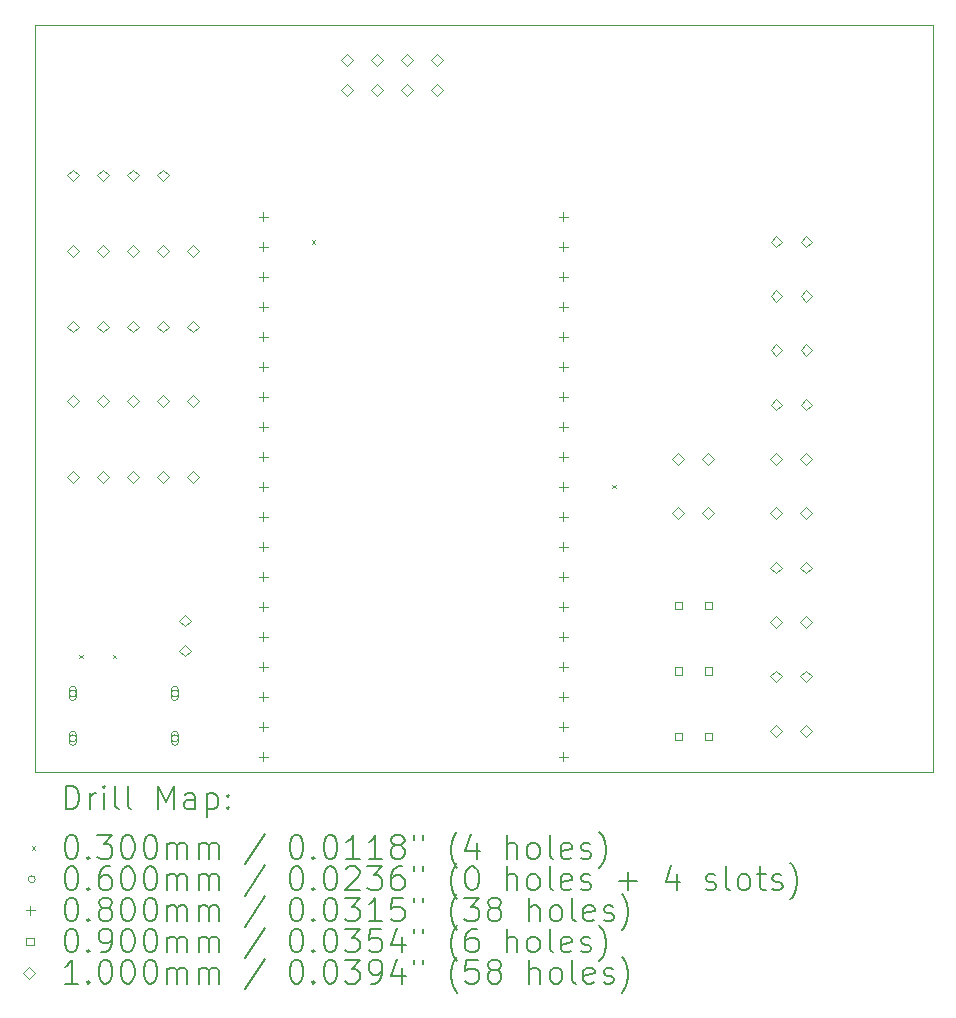
<source format=gbr>
%TF.GenerationSoftware,KiCad,Pcbnew,8.0.4*%
%TF.CreationDate,2024-12-10T19:57:21+05:30*%
%TF.ProjectId,controller-v3,636f6e74-726f-46c6-9c65-722d76332e6b,rev?*%
%TF.SameCoordinates,Original*%
%TF.FileFunction,Drillmap*%
%TF.FilePolarity,Positive*%
%FSLAX45Y45*%
G04 Gerber Fmt 4.5, Leading zero omitted, Abs format (unit mm)*
G04 Created by KiCad (PCBNEW 8.0.4) date 2024-12-10 19:57:21*
%MOMM*%
%LPD*%
G01*
G04 APERTURE LIST*
%ADD10C,0.050000*%
%ADD11C,0.200000*%
%ADD12C,0.100000*%
G04 APERTURE END LIST*
D10*
X8960000Y-8280000D02*
X16560000Y-8280000D01*
X16560000Y-14610000D01*
X8960000Y-14610000D01*
X8960000Y-8280000D01*
D11*
D12*
X9330000Y-13616250D02*
X9360000Y-13646250D01*
X9360000Y-13616250D02*
X9330000Y-13646250D01*
X9615000Y-13616250D02*
X9645000Y-13646250D01*
X9645000Y-13616250D02*
X9615000Y-13646250D01*
X11300000Y-10108500D02*
X11330000Y-10138500D01*
X11330000Y-10108500D02*
X11300000Y-10138500D01*
X13843750Y-12175000D02*
X13873750Y-12205000D01*
X13873750Y-12175000D02*
X13843750Y-12205000D01*
X9306500Y-13943750D02*
G75*
G02*
X9246500Y-13943750I-30000J0D01*
G01*
X9246500Y-13943750D02*
G75*
G02*
X9306500Y-13943750I30000J0D01*
G01*
X9246500Y-13913750D02*
X9246500Y-13973750D01*
X9306500Y-13973750D02*
G75*
G02*
X9246500Y-13973750I-30000J0D01*
G01*
X9306500Y-13973750D02*
X9306500Y-13913750D01*
X9306500Y-13913750D02*
G75*
G03*
X9246500Y-13913750I-30000J0D01*
G01*
X9306500Y-14323750D02*
G75*
G02*
X9246500Y-14323750I-30000J0D01*
G01*
X9246500Y-14323750D02*
G75*
G02*
X9306500Y-14323750I30000J0D01*
G01*
X9246500Y-14293750D02*
X9246500Y-14353750D01*
X9306500Y-14353750D02*
G75*
G02*
X9246500Y-14353750I-30000J0D01*
G01*
X9306500Y-14353750D02*
X9306500Y-14293750D01*
X9306500Y-14293750D02*
G75*
G03*
X9246500Y-14293750I-30000J0D01*
G01*
X10170500Y-13943750D02*
G75*
G02*
X10110500Y-13943750I-30000J0D01*
G01*
X10110500Y-13943750D02*
G75*
G02*
X10170500Y-13943750I30000J0D01*
G01*
X10110500Y-13913750D02*
X10110500Y-13973750D01*
X10170500Y-13973750D02*
G75*
G02*
X10110500Y-13973750I-30000J0D01*
G01*
X10170500Y-13973750D02*
X10170500Y-13913750D01*
X10170500Y-13913750D02*
G75*
G03*
X10110500Y-13913750I-30000J0D01*
G01*
X10170500Y-14323750D02*
G75*
G02*
X10110500Y-14323750I-30000J0D01*
G01*
X10110500Y-14323750D02*
G75*
G02*
X10170500Y-14323750I30000J0D01*
G01*
X10110500Y-14293750D02*
X10110500Y-14353750D01*
X10170500Y-14353750D02*
G75*
G02*
X10110500Y-14353750I-30000J0D01*
G01*
X10170500Y-14353750D02*
X10170500Y-14293750D01*
X10170500Y-14293750D02*
G75*
G03*
X10110500Y-14293750I-30000J0D01*
G01*
X10890000Y-9866000D02*
X10890000Y-9946000D01*
X10850000Y-9906000D02*
X10930000Y-9906000D01*
X10890000Y-10120000D02*
X10890000Y-10200000D01*
X10850000Y-10160000D02*
X10930000Y-10160000D01*
X10890000Y-10374000D02*
X10890000Y-10454000D01*
X10850000Y-10414000D02*
X10930000Y-10414000D01*
X10890000Y-10628000D02*
X10890000Y-10708000D01*
X10850000Y-10668000D02*
X10930000Y-10668000D01*
X10890000Y-10882000D02*
X10890000Y-10962000D01*
X10850000Y-10922000D02*
X10930000Y-10922000D01*
X10890000Y-11136000D02*
X10890000Y-11216000D01*
X10850000Y-11176000D02*
X10930000Y-11176000D01*
X10890000Y-11390000D02*
X10890000Y-11470000D01*
X10850000Y-11430000D02*
X10930000Y-11430000D01*
X10890000Y-11644000D02*
X10890000Y-11724000D01*
X10850000Y-11684000D02*
X10930000Y-11684000D01*
X10890000Y-11898000D02*
X10890000Y-11978000D01*
X10850000Y-11938000D02*
X10930000Y-11938000D01*
X10890000Y-12152000D02*
X10890000Y-12232000D01*
X10850000Y-12192000D02*
X10930000Y-12192000D01*
X10890000Y-12406000D02*
X10890000Y-12486000D01*
X10850000Y-12446000D02*
X10930000Y-12446000D01*
X10890000Y-12660000D02*
X10890000Y-12740000D01*
X10850000Y-12700000D02*
X10930000Y-12700000D01*
X10890000Y-12914000D02*
X10890000Y-12994000D01*
X10850000Y-12954000D02*
X10930000Y-12954000D01*
X10890000Y-13168000D02*
X10890000Y-13248000D01*
X10850000Y-13208000D02*
X10930000Y-13208000D01*
X10890000Y-13422000D02*
X10890000Y-13502000D01*
X10850000Y-13462000D02*
X10930000Y-13462000D01*
X10890000Y-13676000D02*
X10890000Y-13756000D01*
X10850000Y-13716000D02*
X10930000Y-13716000D01*
X10890000Y-13930000D02*
X10890000Y-14010000D01*
X10850000Y-13970000D02*
X10930000Y-13970000D01*
X10890000Y-14184000D02*
X10890000Y-14264000D01*
X10850000Y-14224000D02*
X10930000Y-14224000D01*
X10890000Y-14438000D02*
X10890000Y-14518000D01*
X10850000Y-14478000D02*
X10930000Y-14478000D01*
X13429632Y-14183728D02*
X13429632Y-14263728D01*
X13389632Y-14223728D02*
X13469632Y-14223728D01*
X13429632Y-14437728D02*
X13429632Y-14517728D01*
X13389632Y-14477728D02*
X13469632Y-14477728D01*
X13430000Y-9866000D02*
X13430000Y-9946000D01*
X13390000Y-9906000D02*
X13470000Y-9906000D01*
X13430000Y-10120000D02*
X13430000Y-10200000D01*
X13390000Y-10160000D02*
X13470000Y-10160000D01*
X13430000Y-10374000D02*
X13430000Y-10454000D01*
X13390000Y-10414000D02*
X13470000Y-10414000D01*
X13430000Y-10628000D02*
X13430000Y-10708000D01*
X13390000Y-10668000D02*
X13470000Y-10668000D01*
X13430000Y-10882000D02*
X13430000Y-10962000D01*
X13390000Y-10922000D02*
X13470000Y-10922000D01*
X13430000Y-11136000D02*
X13430000Y-11216000D01*
X13390000Y-11176000D02*
X13470000Y-11176000D01*
X13430000Y-11390000D02*
X13430000Y-11470000D01*
X13390000Y-11430000D02*
X13470000Y-11430000D01*
X13430000Y-11644000D02*
X13430000Y-11724000D01*
X13390000Y-11684000D02*
X13470000Y-11684000D01*
X13430000Y-11898000D02*
X13430000Y-11978000D01*
X13390000Y-11938000D02*
X13470000Y-11938000D01*
X13430000Y-12152000D02*
X13430000Y-12232000D01*
X13390000Y-12192000D02*
X13470000Y-12192000D01*
X13430000Y-12406000D02*
X13430000Y-12486000D01*
X13390000Y-12446000D02*
X13470000Y-12446000D01*
X13430000Y-12660000D02*
X13430000Y-12740000D01*
X13390000Y-12700000D02*
X13470000Y-12700000D01*
X13430000Y-12914000D02*
X13430000Y-12994000D01*
X13390000Y-12954000D02*
X13470000Y-12954000D01*
X13430000Y-13168000D02*
X13430000Y-13248000D01*
X13390000Y-13208000D02*
X13470000Y-13208000D01*
X13430000Y-13422000D02*
X13430000Y-13502000D01*
X13390000Y-13462000D02*
X13470000Y-13462000D01*
X13430000Y-13676000D02*
X13430000Y-13756000D01*
X13390000Y-13716000D02*
X13470000Y-13716000D01*
X13430000Y-13930000D02*
X13430000Y-14010000D01*
X13390000Y-13970000D02*
X13470000Y-13970000D01*
X14435320Y-13231820D02*
X14435320Y-13168180D01*
X14371680Y-13168180D01*
X14371680Y-13231820D01*
X14435320Y-13231820D01*
X14435320Y-13786820D02*
X14435320Y-13723180D01*
X14371680Y-13723180D01*
X14371680Y-13786820D01*
X14435320Y-13786820D01*
X14435320Y-14341820D02*
X14435320Y-14278180D01*
X14371680Y-14278180D01*
X14371680Y-14341820D01*
X14435320Y-14341820D01*
X14689320Y-13231820D02*
X14689320Y-13168180D01*
X14625680Y-13168180D01*
X14625680Y-13231820D01*
X14689320Y-13231820D01*
X14689320Y-13786820D02*
X14689320Y-13723180D01*
X14625680Y-13723180D01*
X14625680Y-13786820D01*
X14689320Y-13786820D01*
X14689320Y-14341820D02*
X14689320Y-14278180D01*
X14625680Y-14278180D01*
X14625680Y-14341820D01*
X14689320Y-14341820D01*
X9274500Y-12162500D02*
X9324500Y-12112500D01*
X9274500Y-12062500D01*
X9224500Y-12112500D01*
X9274500Y-12162500D01*
X9278500Y-10247500D02*
X9328500Y-10197500D01*
X9278500Y-10147500D01*
X9228500Y-10197500D01*
X9278500Y-10247500D01*
X9278500Y-10887500D02*
X9328500Y-10837500D01*
X9278500Y-10787500D01*
X9228500Y-10837500D01*
X9278500Y-10887500D01*
X9278500Y-11520000D02*
X9328500Y-11470000D01*
X9278500Y-11420000D01*
X9228500Y-11470000D01*
X9278500Y-11520000D01*
X9280000Y-9607500D02*
X9330000Y-9557500D01*
X9280000Y-9507500D01*
X9230000Y-9557500D01*
X9280000Y-9607500D01*
X9528500Y-12162500D02*
X9578500Y-12112500D01*
X9528500Y-12062500D01*
X9478500Y-12112500D01*
X9528500Y-12162500D01*
X9532500Y-10247500D02*
X9582500Y-10197500D01*
X9532500Y-10147500D01*
X9482500Y-10197500D01*
X9532500Y-10247500D01*
X9532500Y-10887500D02*
X9582500Y-10837500D01*
X9532500Y-10787500D01*
X9482500Y-10837500D01*
X9532500Y-10887500D01*
X9532500Y-11520000D02*
X9582500Y-11470000D01*
X9532500Y-11420000D01*
X9482500Y-11470000D01*
X9532500Y-11520000D01*
X9534000Y-9607500D02*
X9584000Y-9557500D01*
X9534000Y-9507500D01*
X9484000Y-9557500D01*
X9534000Y-9607500D01*
X9782500Y-12162500D02*
X9832500Y-12112500D01*
X9782500Y-12062500D01*
X9732500Y-12112500D01*
X9782500Y-12162500D01*
X9786500Y-10247500D02*
X9836500Y-10197500D01*
X9786500Y-10147500D01*
X9736500Y-10197500D01*
X9786500Y-10247500D01*
X9786500Y-10887500D02*
X9836500Y-10837500D01*
X9786500Y-10787500D01*
X9736500Y-10837500D01*
X9786500Y-10887500D01*
X9786500Y-11520000D02*
X9836500Y-11470000D01*
X9786500Y-11420000D01*
X9736500Y-11470000D01*
X9786500Y-11520000D01*
X9788000Y-9607500D02*
X9838000Y-9557500D01*
X9788000Y-9507500D01*
X9738000Y-9557500D01*
X9788000Y-9607500D01*
X10036500Y-12162500D02*
X10086500Y-12112500D01*
X10036500Y-12062500D01*
X9986500Y-12112500D01*
X10036500Y-12162500D01*
X10040500Y-10247500D02*
X10090500Y-10197500D01*
X10040500Y-10147500D01*
X9990500Y-10197500D01*
X10040500Y-10247500D01*
X10040500Y-10887500D02*
X10090500Y-10837500D01*
X10040500Y-10787500D01*
X9990500Y-10837500D01*
X10040500Y-10887500D01*
X10040500Y-11520000D02*
X10090500Y-11470000D01*
X10040500Y-11420000D01*
X9990500Y-11470000D01*
X10040500Y-11520000D01*
X10042000Y-9607500D02*
X10092000Y-9557500D01*
X10042000Y-9507500D01*
X9992000Y-9557500D01*
X10042000Y-9607500D01*
X10227500Y-13376250D02*
X10277500Y-13326250D01*
X10227500Y-13276250D01*
X10177500Y-13326250D01*
X10227500Y-13376250D01*
X10227500Y-13630250D02*
X10277500Y-13580250D01*
X10227500Y-13530250D01*
X10177500Y-13580250D01*
X10227500Y-13630250D01*
X10290500Y-12162500D02*
X10340500Y-12112500D01*
X10290500Y-12062500D01*
X10240500Y-12112500D01*
X10290500Y-12162500D01*
X10294500Y-10247500D02*
X10344500Y-10197500D01*
X10294500Y-10147500D01*
X10244500Y-10197500D01*
X10294500Y-10247500D01*
X10294500Y-10887500D02*
X10344500Y-10837500D01*
X10294500Y-10787500D01*
X10244500Y-10837500D01*
X10294500Y-10887500D01*
X10294500Y-11520000D02*
X10344500Y-11470000D01*
X10294500Y-11420000D01*
X10244500Y-11470000D01*
X10294500Y-11520000D01*
X11601000Y-8633000D02*
X11651000Y-8583000D01*
X11601000Y-8533000D01*
X11551000Y-8583000D01*
X11601000Y-8633000D01*
X11601000Y-8887000D02*
X11651000Y-8837000D01*
X11601000Y-8787000D01*
X11551000Y-8837000D01*
X11601000Y-8887000D01*
X11855000Y-8633000D02*
X11905000Y-8583000D01*
X11855000Y-8533000D01*
X11805000Y-8583000D01*
X11855000Y-8633000D01*
X11855000Y-8887000D02*
X11905000Y-8837000D01*
X11855000Y-8787000D01*
X11805000Y-8837000D01*
X11855000Y-8887000D01*
X12109000Y-8633000D02*
X12159000Y-8583000D01*
X12109000Y-8533000D01*
X12059000Y-8583000D01*
X12109000Y-8633000D01*
X12109000Y-8887000D02*
X12159000Y-8837000D01*
X12109000Y-8787000D01*
X12059000Y-8837000D01*
X12109000Y-8887000D01*
X12363000Y-8633000D02*
X12413000Y-8583000D01*
X12363000Y-8533000D01*
X12313000Y-8583000D01*
X12363000Y-8633000D01*
X12363000Y-8887000D02*
X12413000Y-8837000D01*
X12363000Y-8787000D01*
X12313000Y-8837000D01*
X12363000Y-8887000D01*
X14403500Y-12007500D02*
X14453500Y-11957500D01*
X14403500Y-11907500D01*
X14353500Y-11957500D01*
X14403500Y-12007500D01*
X14403500Y-12467500D02*
X14453500Y-12417500D01*
X14403500Y-12367500D01*
X14353500Y-12417500D01*
X14403500Y-12467500D01*
X14657500Y-12007500D02*
X14707500Y-11957500D01*
X14657500Y-11907500D01*
X14607500Y-11957500D01*
X14657500Y-12007500D01*
X14657500Y-12467500D02*
X14707500Y-12417500D01*
X14657500Y-12367500D01*
X14607500Y-12417500D01*
X14657500Y-12467500D01*
X15230000Y-12007500D02*
X15280000Y-11957500D01*
X15230000Y-11907500D01*
X15180000Y-11957500D01*
X15230000Y-12007500D01*
X15230000Y-12467500D02*
X15280000Y-12417500D01*
X15230000Y-12367500D01*
X15180000Y-12417500D01*
X15230000Y-12467500D01*
X15230000Y-12927500D02*
X15280000Y-12877500D01*
X15230000Y-12827500D01*
X15180000Y-12877500D01*
X15230000Y-12927500D01*
X15230000Y-13387500D02*
X15280000Y-13337500D01*
X15230000Y-13287500D01*
X15180000Y-13337500D01*
X15230000Y-13387500D01*
X15230000Y-13850000D02*
X15280000Y-13800000D01*
X15230000Y-13750000D01*
X15180000Y-13800000D01*
X15230000Y-13850000D01*
X15230000Y-14310000D02*
X15280000Y-14260000D01*
X15230000Y-14210000D01*
X15180000Y-14260000D01*
X15230000Y-14310000D01*
X15234000Y-10167500D02*
X15284000Y-10117500D01*
X15234000Y-10067500D01*
X15184000Y-10117500D01*
X15234000Y-10167500D01*
X15234000Y-10627500D02*
X15284000Y-10577500D01*
X15234000Y-10527500D01*
X15184000Y-10577500D01*
X15234000Y-10627500D01*
X15234000Y-11087500D02*
X15284000Y-11037500D01*
X15234000Y-10987500D01*
X15184000Y-11037500D01*
X15234000Y-11087500D01*
X15234000Y-11547500D02*
X15284000Y-11497500D01*
X15234000Y-11447500D01*
X15184000Y-11497500D01*
X15234000Y-11547500D01*
X15484000Y-12007500D02*
X15534000Y-11957500D01*
X15484000Y-11907500D01*
X15434000Y-11957500D01*
X15484000Y-12007500D01*
X15484000Y-12467500D02*
X15534000Y-12417500D01*
X15484000Y-12367500D01*
X15434000Y-12417500D01*
X15484000Y-12467500D01*
X15484000Y-12927500D02*
X15534000Y-12877500D01*
X15484000Y-12827500D01*
X15434000Y-12877500D01*
X15484000Y-12927500D01*
X15484000Y-13387500D02*
X15534000Y-13337500D01*
X15484000Y-13287500D01*
X15434000Y-13337500D01*
X15484000Y-13387500D01*
X15484000Y-13850000D02*
X15534000Y-13800000D01*
X15484000Y-13750000D01*
X15434000Y-13800000D01*
X15484000Y-13850000D01*
X15484000Y-14310000D02*
X15534000Y-14260000D01*
X15484000Y-14210000D01*
X15434000Y-14260000D01*
X15484000Y-14310000D01*
X15488000Y-10167500D02*
X15538000Y-10117500D01*
X15488000Y-10067500D01*
X15438000Y-10117500D01*
X15488000Y-10167500D01*
X15488000Y-10627500D02*
X15538000Y-10577500D01*
X15488000Y-10527500D01*
X15438000Y-10577500D01*
X15488000Y-10627500D01*
X15488000Y-11087500D02*
X15538000Y-11037500D01*
X15488000Y-10987500D01*
X15438000Y-11037500D01*
X15488000Y-11087500D01*
X15488000Y-11547500D02*
X15538000Y-11497500D01*
X15488000Y-11447500D01*
X15438000Y-11497500D01*
X15488000Y-11547500D01*
D11*
X9218277Y-14923984D02*
X9218277Y-14723984D01*
X9218277Y-14723984D02*
X9265896Y-14723984D01*
X9265896Y-14723984D02*
X9294467Y-14733508D01*
X9294467Y-14733508D02*
X9313515Y-14752555D01*
X9313515Y-14752555D02*
X9323039Y-14771603D01*
X9323039Y-14771603D02*
X9332563Y-14809698D01*
X9332563Y-14809698D02*
X9332563Y-14838269D01*
X9332563Y-14838269D02*
X9323039Y-14876365D01*
X9323039Y-14876365D02*
X9313515Y-14895412D01*
X9313515Y-14895412D02*
X9294467Y-14914460D01*
X9294467Y-14914460D02*
X9265896Y-14923984D01*
X9265896Y-14923984D02*
X9218277Y-14923984D01*
X9418277Y-14923984D02*
X9418277Y-14790650D01*
X9418277Y-14828746D02*
X9427801Y-14809698D01*
X9427801Y-14809698D02*
X9437324Y-14800174D01*
X9437324Y-14800174D02*
X9456372Y-14790650D01*
X9456372Y-14790650D02*
X9475420Y-14790650D01*
X9542086Y-14923984D02*
X9542086Y-14790650D01*
X9542086Y-14723984D02*
X9532563Y-14733508D01*
X9532563Y-14733508D02*
X9542086Y-14743031D01*
X9542086Y-14743031D02*
X9551610Y-14733508D01*
X9551610Y-14733508D02*
X9542086Y-14723984D01*
X9542086Y-14723984D02*
X9542086Y-14743031D01*
X9665896Y-14923984D02*
X9646848Y-14914460D01*
X9646848Y-14914460D02*
X9637324Y-14895412D01*
X9637324Y-14895412D02*
X9637324Y-14723984D01*
X9770658Y-14923984D02*
X9751610Y-14914460D01*
X9751610Y-14914460D02*
X9742086Y-14895412D01*
X9742086Y-14895412D02*
X9742086Y-14723984D01*
X9999229Y-14923984D02*
X9999229Y-14723984D01*
X9999229Y-14723984D02*
X10065896Y-14866841D01*
X10065896Y-14866841D02*
X10132563Y-14723984D01*
X10132563Y-14723984D02*
X10132563Y-14923984D01*
X10313515Y-14923984D02*
X10313515Y-14819222D01*
X10313515Y-14819222D02*
X10303991Y-14800174D01*
X10303991Y-14800174D02*
X10284944Y-14790650D01*
X10284944Y-14790650D02*
X10246848Y-14790650D01*
X10246848Y-14790650D02*
X10227801Y-14800174D01*
X10313515Y-14914460D02*
X10294467Y-14923984D01*
X10294467Y-14923984D02*
X10246848Y-14923984D01*
X10246848Y-14923984D02*
X10227801Y-14914460D01*
X10227801Y-14914460D02*
X10218277Y-14895412D01*
X10218277Y-14895412D02*
X10218277Y-14876365D01*
X10218277Y-14876365D02*
X10227801Y-14857317D01*
X10227801Y-14857317D02*
X10246848Y-14847793D01*
X10246848Y-14847793D02*
X10294467Y-14847793D01*
X10294467Y-14847793D02*
X10313515Y-14838269D01*
X10408753Y-14790650D02*
X10408753Y-14990650D01*
X10408753Y-14800174D02*
X10427801Y-14790650D01*
X10427801Y-14790650D02*
X10465896Y-14790650D01*
X10465896Y-14790650D02*
X10484944Y-14800174D01*
X10484944Y-14800174D02*
X10494467Y-14809698D01*
X10494467Y-14809698D02*
X10503991Y-14828746D01*
X10503991Y-14828746D02*
X10503991Y-14885888D01*
X10503991Y-14885888D02*
X10494467Y-14904936D01*
X10494467Y-14904936D02*
X10484944Y-14914460D01*
X10484944Y-14914460D02*
X10465896Y-14923984D01*
X10465896Y-14923984D02*
X10427801Y-14923984D01*
X10427801Y-14923984D02*
X10408753Y-14914460D01*
X10589705Y-14904936D02*
X10599229Y-14914460D01*
X10599229Y-14914460D02*
X10589705Y-14923984D01*
X10589705Y-14923984D02*
X10580182Y-14914460D01*
X10580182Y-14914460D02*
X10589705Y-14904936D01*
X10589705Y-14904936D02*
X10589705Y-14923984D01*
X10589705Y-14800174D02*
X10599229Y-14809698D01*
X10599229Y-14809698D02*
X10589705Y-14819222D01*
X10589705Y-14819222D02*
X10580182Y-14809698D01*
X10580182Y-14809698D02*
X10589705Y-14800174D01*
X10589705Y-14800174D02*
X10589705Y-14819222D01*
D12*
X8927500Y-15237500D02*
X8957500Y-15267500D01*
X8957500Y-15237500D02*
X8927500Y-15267500D01*
D11*
X9256372Y-15143984D02*
X9275420Y-15143984D01*
X9275420Y-15143984D02*
X9294467Y-15153508D01*
X9294467Y-15153508D02*
X9303991Y-15163031D01*
X9303991Y-15163031D02*
X9313515Y-15182079D01*
X9313515Y-15182079D02*
X9323039Y-15220174D01*
X9323039Y-15220174D02*
X9323039Y-15267793D01*
X9323039Y-15267793D02*
X9313515Y-15305888D01*
X9313515Y-15305888D02*
X9303991Y-15324936D01*
X9303991Y-15324936D02*
X9294467Y-15334460D01*
X9294467Y-15334460D02*
X9275420Y-15343984D01*
X9275420Y-15343984D02*
X9256372Y-15343984D01*
X9256372Y-15343984D02*
X9237324Y-15334460D01*
X9237324Y-15334460D02*
X9227801Y-15324936D01*
X9227801Y-15324936D02*
X9218277Y-15305888D01*
X9218277Y-15305888D02*
X9208753Y-15267793D01*
X9208753Y-15267793D02*
X9208753Y-15220174D01*
X9208753Y-15220174D02*
X9218277Y-15182079D01*
X9218277Y-15182079D02*
X9227801Y-15163031D01*
X9227801Y-15163031D02*
X9237324Y-15153508D01*
X9237324Y-15153508D02*
X9256372Y-15143984D01*
X9408753Y-15324936D02*
X9418277Y-15334460D01*
X9418277Y-15334460D02*
X9408753Y-15343984D01*
X9408753Y-15343984D02*
X9399229Y-15334460D01*
X9399229Y-15334460D02*
X9408753Y-15324936D01*
X9408753Y-15324936D02*
X9408753Y-15343984D01*
X9484944Y-15143984D02*
X9608753Y-15143984D01*
X9608753Y-15143984D02*
X9542086Y-15220174D01*
X9542086Y-15220174D02*
X9570658Y-15220174D01*
X9570658Y-15220174D02*
X9589705Y-15229698D01*
X9589705Y-15229698D02*
X9599229Y-15239222D01*
X9599229Y-15239222D02*
X9608753Y-15258269D01*
X9608753Y-15258269D02*
X9608753Y-15305888D01*
X9608753Y-15305888D02*
X9599229Y-15324936D01*
X9599229Y-15324936D02*
X9589705Y-15334460D01*
X9589705Y-15334460D02*
X9570658Y-15343984D01*
X9570658Y-15343984D02*
X9513515Y-15343984D01*
X9513515Y-15343984D02*
X9494467Y-15334460D01*
X9494467Y-15334460D02*
X9484944Y-15324936D01*
X9732563Y-15143984D02*
X9751610Y-15143984D01*
X9751610Y-15143984D02*
X9770658Y-15153508D01*
X9770658Y-15153508D02*
X9780182Y-15163031D01*
X9780182Y-15163031D02*
X9789705Y-15182079D01*
X9789705Y-15182079D02*
X9799229Y-15220174D01*
X9799229Y-15220174D02*
X9799229Y-15267793D01*
X9799229Y-15267793D02*
X9789705Y-15305888D01*
X9789705Y-15305888D02*
X9780182Y-15324936D01*
X9780182Y-15324936D02*
X9770658Y-15334460D01*
X9770658Y-15334460D02*
X9751610Y-15343984D01*
X9751610Y-15343984D02*
X9732563Y-15343984D01*
X9732563Y-15343984D02*
X9713515Y-15334460D01*
X9713515Y-15334460D02*
X9703991Y-15324936D01*
X9703991Y-15324936D02*
X9694467Y-15305888D01*
X9694467Y-15305888D02*
X9684944Y-15267793D01*
X9684944Y-15267793D02*
X9684944Y-15220174D01*
X9684944Y-15220174D02*
X9694467Y-15182079D01*
X9694467Y-15182079D02*
X9703991Y-15163031D01*
X9703991Y-15163031D02*
X9713515Y-15153508D01*
X9713515Y-15153508D02*
X9732563Y-15143984D01*
X9923039Y-15143984D02*
X9942086Y-15143984D01*
X9942086Y-15143984D02*
X9961134Y-15153508D01*
X9961134Y-15153508D02*
X9970658Y-15163031D01*
X9970658Y-15163031D02*
X9980182Y-15182079D01*
X9980182Y-15182079D02*
X9989705Y-15220174D01*
X9989705Y-15220174D02*
X9989705Y-15267793D01*
X9989705Y-15267793D02*
X9980182Y-15305888D01*
X9980182Y-15305888D02*
X9970658Y-15324936D01*
X9970658Y-15324936D02*
X9961134Y-15334460D01*
X9961134Y-15334460D02*
X9942086Y-15343984D01*
X9942086Y-15343984D02*
X9923039Y-15343984D01*
X9923039Y-15343984D02*
X9903991Y-15334460D01*
X9903991Y-15334460D02*
X9894467Y-15324936D01*
X9894467Y-15324936D02*
X9884944Y-15305888D01*
X9884944Y-15305888D02*
X9875420Y-15267793D01*
X9875420Y-15267793D02*
X9875420Y-15220174D01*
X9875420Y-15220174D02*
X9884944Y-15182079D01*
X9884944Y-15182079D02*
X9894467Y-15163031D01*
X9894467Y-15163031D02*
X9903991Y-15153508D01*
X9903991Y-15153508D02*
X9923039Y-15143984D01*
X10075420Y-15343984D02*
X10075420Y-15210650D01*
X10075420Y-15229698D02*
X10084944Y-15220174D01*
X10084944Y-15220174D02*
X10103991Y-15210650D01*
X10103991Y-15210650D02*
X10132563Y-15210650D01*
X10132563Y-15210650D02*
X10151610Y-15220174D01*
X10151610Y-15220174D02*
X10161134Y-15239222D01*
X10161134Y-15239222D02*
X10161134Y-15343984D01*
X10161134Y-15239222D02*
X10170658Y-15220174D01*
X10170658Y-15220174D02*
X10189705Y-15210650D01*
X10189705Y-15210650D02*
X10218277Y-15210650D01*
X10218277Y-15210650D02*
X10237325Y-15220174D01*
X10237325Y-15220174D02*
X10246848Y-15239222D01*
X10246848Y-15239222D02*
X10246848Y-15343984D01*
X10342086Y-15343984D02*
X10342086Y-15210650D01*
X10342086Y-15229698D02*
X10351610Y-15220174D01*
X10351610Y-15220174D02*
X10370658Y-15210650D01*
X10370658Y-15210650D02*
X10399229Y-15210650D01*
X10399229Y-15210650D02*
X10418277Y-15220174D01*
X10418277Y-15220174D02*
X10427801Y-15239222D01*
X10427801Y-15239222D02*
X10427801Y-15343984D01*
X10427801Y-15239222D02*
X10437325Y-15220174D01*
X10437325Y-15220174D02*
X10456372Y-15210650D01*
X10456372Y-15210650D02*
X10484944Y-15210650D01*
X10484944Y-15210650D02*
X10503991Y-15220174D01*
X10503991Y-15220174D02*
X10513515Y-15239222D01*
X10513515Y-15239222D02*
X10513515Y-15343984D01*
X10903991Y-15134460D02*
X10732563Y-15391603D01*
X11161134Y-15143984D02*
X11180182Y-15143984D01*
X11180182Y-15143984D02*
X11199229Y-15153508D01*
X11199229Y-15153508D02*
X11208753Y-15163031D01*
X11208753Y-15163031D02*
X11218277Y-15182079D01*
X11218277Y-15182079D02*
X11227801Y-15220174D01*
X11227801Y-15220174D02*
X11227801Y-15267793D01*
X11227801Y-15267793D02*
X11218277Y-15305888D01*
X11218277Y-15305888D02*
X11208753Y-15324936D01*
X11208753Y-15324936D02*
X11199229Y-15334460D01*
X11199229Y-15334460D02*
X11180182Y-15343984D01*
X11180182Y-15343984D02*
X11161134Y-15343984D01*
X11161134Y-15343984D02*
X11142087Y-15334460D01*
X11142087Y-15334460D02*
X11132563Y-15324936D01*
X11132563Y-15324936D02*
X11123039Y-15305888D01*
X11123039Y-15305888D02*
X11113515Y-15267793D01*
X11113515Y-15267793D02*
X11113515Y-15220174D01*
X11113515Y-15220174D02*
X11123039Y-15182079D01*
X11123039Y-15182079D02*
X11132563Y-15163031D01*
X11132563Y-15163031D02*
X11142087Y-15153508D01*
X11142087Y-15153508D02*
X11161134Y-15143984D01*
X11313515Y-15324936D02*
X11323039Y-15334460D01*
X11323039Y-15334460D02*
X11313515Y-15343984D01*
X11313515Y-15343984D02*
X11303991Y-15334460D01*
X11303991Y-15334460D02*
X11313515Y-15324936D01*
X11313515Y-15324936D02*
X11313515Y-15343984D01*
X11446848Y-15143984D02*
X11465896Y-15143984D01*
X11465896Y-15143984D02*
X11484944Y-15153508D01*
X11484944Y-15153508D02*
X11494467Y-15163031D01*
X11494467Y-15163031D02*
X11503991Y-15182079D01*
X11503991Y-15182079D02*
X11513515Y-15220174D01*
X11513515Y-15220174D02*
X11513515Y-15267793D01*
X11513515Y-15267793D02*
X11503991Y-15305888D01*
X11503991Y-15305888D02*
X11494467Y-15324936D01*
X11494467Y-15324936D02*
X11484944Y-15334460D01*
X11484944Y-15334460D02*
X11465896Y-15343984D01*
X11465896Y-15343984D02*
X11446848Y-15343984D01*
X11446848Y-15343984D02*
X11427801Y-15334460D01*
X11427801Y-15334460D02*
X11418277Y-15324936D01*
X11418277Y-15324936D02*
X11408753Y-15305888D01*
X11408753Y-15305888D02*
X11399229Y-15267793D01*
X11399229Y-15267793D02*
X11399229Y-15220174D01*
X11399229Y-15220174D02*
X11408753Y-15182079D01*
X11408753Y-15182079D02*
X11418277Y-15163031D01*
X11418277Y-15163031D02*
X11427801Y-15153508D01*
X11427801Y-15153508D02*
X11446848Y-15143984D01*
X11703991Y-15343984D02*
X11589706Y-15343984D01*
X11646848Y-15343984D02*
X11646848Y-15143984D01*
X11646848Y-15143984D02*
X11627801Y-15172555D01*
X11627801Y-15172555D02*
X11608753Y-15191603D01*
X11608753Y-15191603D02*
X11589706Y-15201127D01*
X11894467Y-15343984D02*
X11780182Y-15343984D01*
X11837325Y-15343984D02*
X11837325Y-15143984D01*
X11837325Y-15143984D02*
X11818277Y-15172555D01*
X11818277Y-15172555D02*
X11799229Y-15191603D01*
X11799229Y-15191603D02*
X11780182Y-15201127D01*
X12008753Y-15229698D02*
X11989706Y-15220174D01*
X11989706Y-15220174D02*
X11980182Y-15210650D01*
X11980182Y-15210650D02*
X11970658Y-15191603D01*
X11970658Y-15191603D02*
X11970658Y-15182079D01*
X11970658Y-15182079D02*
X11980182Y-15163031D01*
X11980182Y-15163031D02*
X11989706Y-15153508D01*
X11989706Y-15153508D02*
X12008753Y-15143984D01*
X12008753Y-15143984D02*
X12046848Y-15143984D01*
X12046848Y-15143984D02*
X12065896Y-15153508D01*
X12065896Y-15153508D02*
X12075420Y-15163031D01*
X12075420Y-15163031D02*
X12084944Y-15182079D01*
X12084944Y-15182079D02*
X12084944Y-15191603D01*
X12084944Y-15191603D02*
X12075420Y-15210650D01*
X12075420Y-15210650D02*
X12065896Y-15220174D01*
X12065896Y-15220174D02*
X12046848Y-15229698D01*
X12046848Y-15229698D02*
X12008753Y-15229698D01*
X12008753Y-15229698D02*
X11989706Y-15239222D01*
X11989706Y-15239222D02*
X11980182Y-15248746D01*
X11980182Y-15248746D02*
X11970658Y-15267793D01*
X11970658Y-15267793D02*
X11970658Y-15305888D01*
X11970658Y-15305888D02*
X11980182Y-15324936D01*
X11980182Y-15324936D02*
X11989706Y-15334460D01*
X11989706Y-15334460D02*
X12008753Y-15343984D01*
X12008753Y-15343984D02*
X12046848Y-15343984D01*
X12046848Y-15343984D02*
X12065896Y-15334460D01*
X12065896Y-15334460D02*
X12075420Y-15324936D01*
X12075420Y-15324936D02*
X12084944Y-15305888D01*
X12084944Y-15305888D02*
X12084944Y-15267793D01*
X12084944Y-15267793D02*
X12075420Y-15248746D01*
X12075420Y-15248746D02*
X12065896Y-15239222D01*
X12065896Y-15239222D02*
X12046848Y-15229698D01*
X12161134Y-15143984D02*
X12161134Y-15182079D01*
X12237325Y-15143984D02*
X12237325Y-15182079D01*
X12532563Y-15420174D02*
X12523039Y-15410650D01*
X12523039Y-15410650D02*
X12503991Y-15382079D01*
X12503991Y-15382079D02*
X12494468Y-15363031D01*
X12494468Y-15363031D02*
X12484944Y-15334460D01*
X12484944Y-15334460D02*
X12475420Y-15286841D01*
X12475420Y-15286841D02*
X12475420Y-15248746D01*
X12475420Y-15248746D02*
X12484944Y-15201127D01*
X12484944Y-15201127D02*
X12494468Y-15172555D01*
X12494468Y-15172555D02*
X12503991Y-15153508D01*
X12503991Y-15153508D02*
X12523039Y-15124936D01*
X12523039Y-15124936D02*
X12532563Y-15115412D01*
X12694468Y-15210650D02*
X12694468Y-15343984D01*
X12646848Y-15134460D02*
X12599229Y-15277317D01*
X12599229Y-15277317D02*
X12723039Y-15277317D01*
X12951610Y-15343984D02*
X12951610Y-15143984D01*
X13037325Y-15343984D02*
X13037325Y-15239222D01*
X13037325Y-15239222D02*
X13027801Y-15220174D01*
X13027801Y-15220174D02*
X13008753Y-15210650D01*
X13008753Y-15210650D02*
X12980182Y-15210650D01*
X12980182Y-15210650D02*
X12961134Y-15220174D01*
X12961134Y-15220174D02*
X12951610Y-15229698D01*
X13161134Y-15343984D02*
X13142087Y-15334460D01*
X13142087Y-15334460D02*
X13132563Y-15324936D01*
X13132563Y-15324936D02*
X13123039Y-15305888D01*
X13123039Y-15305888D02*
X13123039Y-15248746D01*
X13123039Y-15248746D02*
X13132563Y-15229698D01*
X13132563Y-15229698D02*
X13142087Y-15220174D01*
X13142087Y-15220174D02*
X13161134Y-15210650D01*
X13161134Y-15210650D02*
X13189706Y-15210650D01*
X13189706Y-15210650D02*
X13208753Y-15220174D01*
X13208753Y-15220174D02*
X13218277Y-15229698D01*
X13218277Y-15229698D02*
X13227801Y-15248746D01*
X13227801Y-15248746D02*
X13227801Y-15305888D01*
X13227801Y-15305888D02*
X13218277Y-15324936D01*
X13218277Y-15324936D02*
X13208753Y-15334460D01*
X13208753Y-15334460D02*
X13189706Y-15343984D01*
X13189706Y-15343984D02*
X13161134Y-15343984D01*
X13342087Y-15343984D02*
X13323039Y-15334460D01*
X13323039Y-15334460D02*
X13313515Y-15315412D01*
X13313515Y-15315412D02*
X13313515Y-15143984D01*
X13494468Y-15334460D02*
X13475420Y-15343984D01*
X13475420Y-15343984D02*
X13437325Y-15343984D01*
X13437325Y-15343984D02*
X13418277Y-15334460D01*
X13418277Y-15334460D02*
X13408753Y-15315412D01*
X13408753Y-15315412D02*
X13408753Y-15239222D01*
X13408753Y-15239222D02*
X13418277Y-15220174D01*
X13418277Y-15220174D02*
X13437325Y-15210650D01*
X13437325Y-15210650D02*
X13475420Y-15210650D01*
X13475420Y-15210650D02*
X13494468Y-15220174D01*
X13494468Y-15220174D02*
X13503991Y-15239222D01*
X13503991Y-15239222D02*
X13503991Y-15258269D01*
X13503991Y-15258269D02*
X13408753Y-15277317D01*
X13580182Y-15334460D02*
X13599230Y-15343984D01*
X13599230Y-15343984D02*
X13637325Y-15343984D01*
X13637325Y-15343984D02*
X13656372Y-15334460D01*
X13656372Y-15334460D02*
X13665896Y-15315412D01*
X13665896Y-15315412D02*
X13665896Y-15305888D01*
X13665896Y-15305888D02*
X13656372Y-15286841D01*
X13656372Y-15286841D02*
X13637325Y-15277317D01*
X13637325Y-15277317D02*
X13608753Y-15277317D01*
X13608753Y-15277317D02*
X13589706Y-15267793D01*
X13589706Y-15267793D02*
X13580182Y-15248746D01*
X13580182Y-15248746D02*
X13580182Y-15239222D01*
X13580182Y-15239222D02*
X13589706Y-15220174D01*
X13589706Y-15220174D02*
X13608753Y-15210650D01*
X13608753Y-15210650D02*
X13637325Y-15210650D01*
X13637325Y-15210650D02*
X13656372Y-15220174D01*
X13732563Y-15420174D02*
X13742087Y-15410650D01*
X13742087Y-15410650D02*
X13761134Y-15382079D01*
X13761134Y-15382079D02*
X13770658Y-15363031D01*
X13770658Y-15363031D02*
X13780182Y-15334460D01*
X13780182Y-15334460D02*
X13789706Y-15286841D01*
X13789706Y-15286841D02*
X13789706Y-15248746D01*
X13789706Y-15248746D02*
X13780182Y-15201127D01*
X13780182Y-15201127D02*
X13770658Y-15172555D01*
X13770658Y-15172555D02*
X13761134Y-15153508D01*
X13761134Y-15153508D02*
X13742087Y-15124936D01*
X13742087Y-15124936D02*
X13732563Y-15115412D01*
D12*
X8957500Y-15516500D02*
G75*
G02*
X8897500Y-15516500I-30000J0D01*
G01*
X8897500Y-15516500D02*
G75*
G02*
X8957500Y-15516500I30000J0D01*
G01*
D11*
X9256372Y-15407984D02*
X9275420Y-15407984D01*
X9275420Y-15407984D02*
X9294467Y-15417508D01*
X9294467Y-15417508D02*
X9303991Y-15427031D01*
X9303991Y-15427031D02*
X9313515Y-15446079D01*
X9313515Y-15446079D02*
X9323039Y-15484174D01*
X9323039Y-15484174D02*
X9323039Y-15531793D01*
X9323039Y-15531793D02*
X9313515Y-15569888D01*
X9313515Y-15569888D02*
X9303991Y-15588936D01*
X9303991Y-15588936D02*
X9294467Y-15598460D01*
X9294467Y-15598460D02*
X9275420Y-15607984D01*
X9275420Y-15607984D02*
X9256372Y-15607984D01*
X9256372Y-15607984D02*
X9237324Y-15598460D01*
X9237324Y-15598460D02*
X9227801Y-15588936D01*
X9227801Y-15588936D02*
X9218277Y-15569888D01*
X9218277Y-15569888D02*
X9208753Y-15531793D01*
X9208753Y-15531793D02*
X9208753Y-15484174D01*
X9208753Y-15484174D02*
X9218277Y-15446079D01*
X9218277Y-15446079D02*
X9227801Y-15427031D01*
X9227801Y-15427031D02*
X9237324Y-15417508D01*
X9237324Y-15417508D02*
X9256372Y-15407984D01*
X9408753Y-15588936D02*
X9418277Y-15598460D01*
X9418277Y-15598460D02*
X9408753Y-15607984D01*
X9408753Y-15607984D02*
X9399229Y-15598460D01*
X9399229Y-15598460D02*
X9408753Y-15588936D01*
X9408753Y-15588936D02*
X9408753Y-15607984D01*
X9589705Y-15407984D02*
X9551610Y-15407984D01*
X9551610Y-15407984D02*
X9532563Y-15417508D01*
X9532563Y-15417508D02*
X9523039Y-15427031D01*
X9523039Y-15427031D02*
X9503991Y-15455603D01*
X9503991Y-15455603D02*
X9494467Y-15493698D01*
X9494467Y-15493698D02*
X9494467Y-15569888D01*
X9494467Y-15569888D02*
X9503991Y-15588936D01*
X9503991Y-15588936D02*
X9513515Y-15598460D01*
X9513515Y-15598460D02*
X9532563Y-15607984D01*
X9532563Y-15607984D02*
X9570658Y-15607984D01*
X9570658Y-15607984D02*
X9589705Y-15598460D01*
X9589705Y-15598460D02*
X9599229Y-15588936D01*
X9599229Y-15588936D02*
X9608753Y-15569888D01*
X9608753Y-15569888D02*
X9608753Y-15522269D01*
X9608753Y-15522269D02*
X9599229Y-15503222D01*
X9599229Y-15503222D02*
X9589705Y-15493698D01*
X9589705Y-15493698D02*
X9570658Y-15484174D01*
X9570658Y-15484174D02*
X9532563Y-15484174D01*
X9532563Y-15484174D02*
X9513515Y-15493698D01*
X9513515Y-15493698D02*
X9503991Y-15503222D01*
X9503991Y-15503222D02*
X9494467Y-15522269D01*
X9732563Y-15407984D02*
X9751610Y-15407984D01*
X9751610Y-15407984D02*
X9770658Y-15417508D01*
X9770658Y-15417508D02*
X9780182Y-15427031D01*
X9780182Y-15427031D02*
X9789705Y-15446079D01*
X9789705Y-15446079D02*
X9799229Y-15484174D01*
X9799229Y-15484174D02*
X9799229Y-15531793D01*
X9799229Y-15531793D02*
X9789705Y-15569888D01*
X9789705Y-15569888D02*
X9780182Y-15588936D01*
X9780182Y-15588936D02*
X9770658Y-15598460D01*
X9770658Y-15598460D02*
X9751610Y-15607984D01*
X9751610Y-15607984D02*
X9732563Y-15607984D01*
X9732563Y-15607984D02*
X9713515Y-15598460D01*
X9713515Y-15598460D02*
X9703991Y-15588936D01*
X9703991Y-15588936D02*
X9694467Y-15569888D01*
X9694467Y-15569888D02*
X9684944Y-15531793D01*
X9684944Y-15531793D02*
X9684944Y-15484174D01*
X9684944Y-15484174D02*
X9694467Y-15446079D01*
X9694467Y-15446079D02*
X9703991Y-15427031D01*
X9703991Y-15427031D02*
X9713515Y-15417508D01*
X9713515Y-15417508D02*
X9732563Y-15407984D01*
X9923039Y-15407984D02*
X9942086Y-15407984D01*
X9942086Y-15407984D02*
X9961134Y-15417508D01*
X9961134Y-15417508D02*
X9970658Y-15427031D01*
X9970658Y-15427031D02*
X9980182Y-15446079D01*
X9980182Y-15446079D02*
X9989705Y-15484174D01*
X9989705Y-15484174D02*
X9989705Y-15531793D01*
X9989705Y-15531793D02*
X9980182Y-15569888D01*
X9980182Y-15569888D02*
X9970658Y-15588936D01*
X9970658Y-15588936D02*
X9961134Y-15598460D01*
X9961134Y-15598460D02*
X9942086Y-15607984D01*
X9942086Y-15607984D02*
X9923039Y-15607984D01*
X9923039Y-15607984D02*
X9903991Y-15598460D01*
X9903991Y-15598460D02*
X9894467Y-15588936D01*
X9894467Y-15588936D02*
X9884944Y-15569888D01*
X9884944Y-15569888D02*
X9875420Y-15531793D01*
X9875420Y-15531793D02*
X9875420Y-15484174D01*
X9875420Y-15484174D02*
X9884944Y-15446079D01*
X9884944Y-15446079D02*
X9894467Y-15427031D01*
X9894467Y-15427031D02*
X9903991Y-15417508D01*
X9903991Y-15417508D02*
X9923039Y-15407984D01*
X10075420Y-15607984D02*
X10075420Y-15474650D01*
X10075420Y-15493698D02*
X10084944Y-15484174D01*
X10084944Y-15484174D02*
X10103991Y-15474650D01*
X10103991Y-15474650D02*
X10132563Y-15474650D01*
X10132563Y-15474650D02*
X10151610Y-15484174D01*
X10151610Y-15484174D02*
X10161134Y-15503222D01*
X10161134Y-15503222D02*
X10161134Y-15607984D01*
X10161134Y-15503222D02*
X10170658Y-15484174D01*
X10170658Y-15484174D02*
X10189705Y-15474650D01*
X10189705Y-15474650D02*
X10218277Y-15474650D01*
X10218277Y-15474650D02*
X10237325Y-15484174D01*
X10237325Y-15484174D02*
X10246848Y-15503222D01*
X10246848Y-15503222D02*
X10246848Y-15607984D01*
X10342086Y-15607984D02*
X10342086Y-15474650D01*
X10342086Y-15493698D02*
X10351610Y-15484174D01*
X10351610Y-15484174D02*
X10370658Y-15474650D01*
X10370658Y-15474650D02*
X10399229Y-15474650D01*
X10399229Y-15474650D02*
X10418277Y-15484174D01*
X10418277Y-15484174D02*
X10427801Y-15503222D01*
X10427801Y-15503222D02*
X10427801Y-15607984D01*
X10427801Y-15503222D02*
X10437325Y-15484174D01*
X10437325Y-15484174D02*
X10456372Y-15474650D01*
X10456372Y-15474650D02*
X10484944Y-15474650D01*
X10484944Y-15474650D02*
X10503991Y-15484174D01*
X10503991Y-15484174D02*
X10513515Y-15503222D01*
X10513515Y-15503222D02*
X10513515Y-15607984D01*
X10903991Y-15398460D02*
X10732563Y-15655603D01*
X11161134Y-15407984D02*
X11180182Y-15407984D01*
X11180182Y-15407984D02*
X11199229Y-15417508D01*
X11199229Y-15417508D02*
X11208753Y-15427031D01*
X11208753Y-15427031D02*
X11218277Y-15446079D01*
X11218277Y-15446079D02*
X11227801Y-15484174D01*
X11227801Y-15484174D02*
X11227801Y-15531793D01*
X11227801Y-15531793D02*
X11218277Y-15569888D01*
X11218277Y-15569888D02*
X11208753Y-15588936D01*
X11208753Y-15588936D02*
X11199229Y-15598460D01*
X11199229Y-15598460D02*
X11180182Y-15607984D01*
X11180182Y-15607984D02*
X11161134Y-15607984D01*
X11161134Y-15607984D02*
X11142087Y-15598460D01*
X11142087Y-15598460D02*
X11132563Y-15588936D01*
X11132563Y-15588936D02*
X11123039Y-15569888D01*
X11123039Y-15569888D02*
X11113515Y-15531793D01*
X11113515Y-15531793D02*
X11113515Y-15484174D01*
X11113515Y-15484174D02*
X11123039Y-15446079D01*
X11123039Y-15446079D02*
X11132563Y-15427031D01*
X11132563Y-15427031D02*
X11142087Y-15417508D01*
X11142087Y-15417508D02*
X11161134Y-15407984D01*
X11313515Y-15588936D02*
X11323039Y-15598460D01*
X11323039Y-15598460D02*
X11313515Y-15607984D01*
X11313515Y-15607984D02*
X11303991Y-15598460D01*
X11303991Y-15598460D02*
X11313515Y-15588936D01*
X11313515Y-15588936D02*
X11313515Y-15607984D01*
X11446848Y-15407984D02*
X11465896Y-15407984D01*
X11465896Y-15407984D02*
X11484944Y-15417508D01*
X11484944Y-15417508D02*
X11494467Y-15427031D01*
X11494467Y-15427031D02*
X11503991Y-15446079D01*
X11503991Y-15446079D02*
X11513515Y-15484174D01*
X11513515Y-15484174D02*
X11513515Y-15531793D01*
X11513515Y-15531793D02*
X11503991Y-15569888D01*
X11503991Y-15569888D02*
X11494467Y-15588936D01*
X11494467Y-15588936D02*
X11484944Y-15598460D01*
X11484944Y-15598460D02*
X11465896Y-15607984D01*
X11465896Y-15607984D02*
X11446848Y-15607984D01*
X11446848Y-15607984D02*
X11427801Y-15598460D01*
X11427801Y-15598460D02*
X11418277Y-15588936D01*
X11418277Y-15588936D02*
X11408753Y-15569888D01*
X11408753Y-15569888D02*
X11399229Y-15531793D01*
X11399229Y-15531793D02*
X11399229Y-15484174D01*
X11399229Y-15484174D02*
X11408753Y-15446079D01*
X11408753Y-15446079D02*
X11418277Y-15427031D01*
X11418277Y-15427031D02*
X11427801Y-15417508D01*
X11427801Y-15417508D02*
X11446848Y-15407984D01*
X11589706Y-15427031D02*
X11599229Y-15417508D01*
X11599229Y-15417508D02*
X11618277Y-15407984D01*
X11618277Y-15407984D02*
X11665896Y-15407984D01*
X11665896Y-15407984D02*
X11684944Y-15417508D01*
X11684944Y-15417508D02*
X11694467Y-15427031D01*
X11694467Y-15427031D02*
X11703991Y-15446079D01*
X11703991Y-15446079D02*
X11703991Y-15465127D01*
X11703991Y-15465127D02*
X11694467Y-15493698D01*
X11694467Y-15493698D02*
X11580182Y-15607984D01*
X11580182Y-15607984D02*
X11703991Y-15607984D01*
X11770658Y-15407984D02*
X11894467Y-15407984D01*
X11894467Y-15407984D02*
X11827801Y-15484174D01*
X11827801Y-15484174D02*
X11856372Y-15484174D01*
X11856372Y-15484174D02*
X11875420Y-15493698D01*
X11875420Y-15493698D02*
X11884944Y-15503222D01*
X11884944Y-15503222D02*
X11894467Y-15522269D01*
X11894467Y-15522269D02*
X11894467Y-15569888D01*
X11894467Y-15569888D02*
X11884944Y-15588936D01*
X11884944Y-15588936D02*
X11875420Y-15598460D01*
X11875420Y-15598460D02*
X11856372Y-15607984D01*
X11856372Y-15607984D02*
X11799229Y-15607984D01*
X11799229Y-15607984D02*
X11780182Y-15598460D01*
X11780182Y-15598460D02*
X11770658Y-15588936D01*
X12065896Y-15407984D02*
X12027801Y-15407984D01*
X12027801Y-15407984D02*
X12008753Y-15417508D01*
X12008753Y-15417508D02*
X11999229Y-15427031D01*
X11999229Y-15427031D02*
X11980182Y-15455603D01*
X11980182Y-15455603D02*
X11970658Y-15493698D01*
X11970658Y-15493698D02*
X11970658Y-15569888D01*
X11970658Y-15569888D02*
X11980182Y-15588936D01*
X11980182Y-15588936D02*
X11989706Y-15598460D01*
X11989706Y-15598460D02*
X12008753Y-15607984D01*
X12008753Y-15607984D02*
X12046848Y-15607984D01*
X12046848Y-15607984D02*
X12065896Y-15598460D01*
X12065896Y-15598460D02*
X12075420Y-15588936D01*
X12075420Y-15588936D02*
X12084944Y-15569888D01*
X12084944Y-15569888D02*
X12084944Y-15522269D01*
X12084944Y-15522269D02*
X12075420Y-15503222D01*
X12075420Y-15503222D02*
X12065896Y-15493698D01*
X12065896Y-15493698D02*
X12046848Y-15484174D01*
X12046848Y-15484174D02*
X12008753Y-15484174D01*
X12008753Y-15484174D02*
X11989706Y-15493698D01*
X11989706Y-15493698D02*
X11980182Y-15503222D01*
X11980182Y-15503222D02*
X11970658Y-15522269D01*
X12161134Y-15407984D02*
X12161134Y-15446079D01*
X12237325Y-15407984D02*
X12237325Y-15446079D01*
X12532563Y-15684174D02*
X12523039Y-15674650D01*
X12523039Y-15674650D02*
X12503991Y-15646079D01*
X12503991Y-15646079D02*
X12494468Y-15627031D01*
X12494468Y-15627031D02*
X12484944Y-15598460D01*
X12484944Y-15598460D02*
X12475420Y-15550841D01*
X12475420Y-15550841D02*
X12475420Y-15512746D01*
X12475420Y-15512746D02*
X12484944Y-15465127D01*
X12484944Y-15465127D02*
X12494468Y-15436555D01*
X12494468Y-15436555D02*
X12503991Y-15417508D01*
X12503991Y-15417508D02*
X12523039Y-15388936D01*
X12523039Y-15388936D02*
X12532563Y-15379412D01*
X12646848Y-15407984D02*
X12665896Y-15407984D01*
X12665896Y-15407984D02*
X12684944Y-15417508D01*
X12684944Y-15417508D02*
X12694468Y-15427031D01*
X12694468Y-15427031D02*
X12703991Y-15446079D01*
X12703991Y-15446079D02*
X12713515Y-15484174D01*
X12713515Y-15484174D02*
X12713515Y-15531793D01*
X12713515Y-15531793D02*
X12703991Y-15569888D01*
X12703991Y-15569888D02*
X12694468Y-15588936D01*
X12694468Y-15588936D02*
X12684944Y-15598460D01*
X12684944Y-15598460D02*
X12665896Y-15607984D01*
X12665896Y-15607984D02*
X12646848Y-15607984D01*
X12646848Y-15607984D02*
X12627801Y-15598460D01*
X12627801Y-15598460D02*
X12618277Y-15588936D01*
X12618277Y-15588936D02*
X12608753Y-15569888D01*
X12608753Y-15569888D02*
X12599229Y-15531793D01*
X12599229Y-15531793D02*
X12599229Y-15484174D01*
X12599229Y-15484174D02*
X12608753Y-15446079D01*
X12608753Y-15446079D02*
X12618277Y-15427031D01*
X12618277Y-15427031D02*
X12627801Y-15417508D01*
X12627801Y-15417508D02*
X12646848Y-15407984D01*
X12951610Y-15607984D02*
X12951610Y-15407984D01*
X13037325Y-15607984D02*
X13037325Y-15503222D01*
X13037325Y-15503222D02*
X13027801Y-15484174D01*
X13027801Y-15484174D02*
X13008753Y-15474650D01*
X13008753Y-15474650D02*
X12980182Y-15474650D01*
X12980182Y-15474650D02*
X12961134Y-15484174D01*
X12961134Y-15484174D02*
X12951610Y-15493698D01*
X13161134Y-15607984D02*
X13142087Y-15598460D01*
X13142087Y-15598460D02*
X13132563Y-15588936D01*
X13132563Y-15588936D02*
X13123039Y-15569888D01*
X13123039Y-15569888D02*
X13123039Y-15512746D01*
X13123039Y-15512746D02*
X13132563Y-15493698D01*
X13132563Y-15493698D02*
X13142087Y-15484174D01*
X13142087Y-15484174D02*
X13161134Y-15474650D01*
X13161134Y-15474650D02*
X13189706Y-15474650D01*
X13189706Y-15474650D02*
X13208753Y-15484174D01*
X13208753Y-15484174D02*
X13218277Y-15493698D01*
X13218277Y-15493698D02*
X13227801Y-15512746D01*
X13227801Y-15512746D02*
X13227801Y-15569888D01*
X13227801Y-15569888D02*
X13218277Y-15588936D01*
X13218277Y-15588936D02*
X13208753Y-15598460D01*
X13208753Y-15598460D02*
X13189706Y-15607984D01*
X13189706Y-15607984D02*
X13161134Y-15607984D01*
X13342087Y-15607984D02*
X13323039Y-15598460D01*
X13323039Y-15598460D02*
X13313515Y-15579412D01*
X13313515Y-15579412D02*
X13313515Y-15407984D01*
X13494468Y-15598460D02*
X13475420Y-15607984D01*
X13475420Y-15607984D02*
X13437325Y-15607984D01*
X13437325Y-15607984D02*
X13418277Y-15598460D01*
X13418277Y-15598460D02*
X13408753Y-15579412D01*
X13408753Y-15579412D02*
X13408753Y-15503222D01*
X13408753Y-15503222D02*
X13418277Y-15484174D01*
X13418277Y-15484174D02*
X13437325Y-15474650D01*
X13437325Y-15474650D02*
X13475420Y-15474650D01*
X13475420Y-15474650D02*
X13494468Y-15484174D01*
X13494468Y-15484174D02*
X13503991Y-15503222D01*
X13503991Y-15503222D02*
X13503991Y-15522269D01*
X13503991Y-15522269D02*
X13408753Y-15541317D01*
X13580182Y-15598460D02*
X13599230Y-15607984D01*
X13599230Y-15607984D02*
X13637325Y-15607984D01*
X13637325Y-15607984D02*
X13656372Y-15598460D01*
X13656372Y-15598460D02*
X13665896Y-15579412D01*
X13665896Y-15579412D02*
X13665896Y-15569888D01*
X13665896Y-15569888D02*
X13656372Y-15550841D01*
X13656372Y-15550841D02*
X13637325Y-15541317D01*
X13637325Y-15541317D02*
X13608753Y-15541317D01*
X13608753Y-15541317D02*
X13589706Y-15531793D01*
X13589706Y-15531793D02*
X13580182Y-15512746D01*
X13580182Y-15512746D02*
X13580182Y-15503222D01*
X13580182Y-15503222D02*
X13589706Y-15484174D01*
X13589706Y-15484174D02*
X13608753Y-15474650D01*
X13608753Y-15474650D02*
X13637325Y-15474650D01*
X13637325Y-15474650D02*
X13656372Y-15484174D01*
X13903992Y-15531793D02*
X14056373Y-15531793D01*
X13980182Y-15607984D02*
X13980182Y-15455603D01*
X14389706Y-15474650D02*
X14389706Y-15607984D01*
X14342087Y-15398460D02*
X14294468Y-15541317D01*
X14294468Y-15541317D02*
X14418277Y-15541317D01*
X14637325Y-15598460D02*
X14656373Y-15607984D01*
X14656373Y-15607984D02*
X14694468Y-15607984D01*
X14694468Y-15607984D02*
X14713515Y-15598460D01*
X14713515Y-15598460D02*
X14723039Y-15579412D01*
X14723039Y-15579412D02*
X14723039Y-15569888D01*
X14723039Y-15569888D02*
X14713515Y-15550841D01*
X14713515Y-15550841D02*
X14694468Y-15541317D01*
X14694468Y-15541317D02*
X14665896Y-15541317D01*
X14665896Y-15541317D02*
X14646849Y-15531793D01*
X14646849Y-15531793D02*
X14637325Y-15512746D01*
X14637325Y-15512746D02*
X14637325Y-15503222D01*
X14637325Y-15503222D02*
X14646849Y-15484174D01*
X14646849Y-15484174D02*
X14665896Y-15474650D01*
X14665896Y-15474650D02*
X14694468Y-15474650D01*
X14694468Y-15474650D02*
X14713515Y-15484174D01*
X14837325Y-15607984D02*
X14818277Y-15598460D01*
X14818277Y-15598460D02*
X14808754Y-15579412D01*
X14808754Y-15579412D02*
X14808754Y-15407984D01*
X14942087Y-15607984D02*
X14923039Y-15598460D01*
X14923039Y-15598460D02*
X14913515Y-15588936D01*
X14913515Y-15588936D02*
X14903992Y-15569888D01*
X14903992Y-15569888D02*
X14903992Y-15512746D01*
X14903992Y-15512746D02*
X14913515Y-15493698D01*
X14913515Y-15493698D02*
X14923039Y-15484174D01*
X14923039Y-15484174D02*
X14942087Y-15474650D01*
X14942087Y-15474650D02*
X14970658Y-15474650D01*
X14970658Y-15474650D02*
X14989706Y-15484174D01*
X14989706Y-15484174D02*
X14999230Y-15493698D01*
X14999230Y-15493698D02*
X15008754Y-15512746D01*
X15008754Y-15512746D02*
X15008754Y-15569888D01*
X15008754Y-15569888D02*
X14999230Y-15588936D01*
X14999230Y-15588936D02*
X14989706Y-15598460D01*
X14989706Y-15598460D02*
X14970658Y-15607984D01*
X14970658Y-15607984D02*
X14942087Y-15607984D01*
X15065896Y-15474650D02*
X15142087Y-15474650D01*
X15094468Y-15407984D02*
X15094468Y-15579412D01*
X15094468Y-15579412D02*
X15103992Y-15598460D01*
X15103992Y-15598460D02*
X15123039Y-15607984D01*
X15123039Y-15607984D02*
X15142087Y-15607984D01*
X15199230Y-15598460D02*
X15218277Y-15607984D01*
X15218277Y-15607984D02*
X15256373Y-15607984D01*
X15256373Y-15607984D02*
X15275420Y-15598460D01*
X15275420Y-15598460D02*
X15284944Y-15579412D01*
X15284944Y-15579412D02*
X15284944Y-15569888D01*
X15284944Y-15569888D02*
X15275420Y-15550841D01*
X15275420Y-15550841D02*
X15256373Y-15541317D01*
X15256373Y-15541317D02*
X15227801Y-15541317D01*
X15227801Y-15541317D02*
X15208754Y-15531793D01*
X15208754Y-15531793D02*
X15199230Y-15512746D01*
X15199230Y-15512746D02*
X15199230Y-15503222D01*
X15199230Y-15503222D02*
X15208754Y-15484174D01*
X15208754Y-15484174D02*
X15227801Y-15474650D01*
X15227801Y-15474650D02*
X15256373Y-15474650D01*
X15256373Y-15474650D02*
X15275420Y-15484174D01*
X15351611Y-15684174D02*
X15361135Y-15674650D01*
X15361135Y-15674650D02*
X15380182Y-15646079D01*
X15380182Y-15646079D02*
X15389706Y-15627031D01*
X15389706Y-15627031D02*
X15399230Y-15598460D01*
X15399230Y-15598460D02*
X15408754Y-15550841D01*
X15408754Y-15550841D02*
X15408754Y-15512746D01*
X15408754Y-15512746D02*
X15399230Y-15465127D01*
X15399230Y-15465127D02*
X15389706Y-15436555D01*
X15389706Y-15436555D02*
X15380182Y-15417508D01*
X15380182Y-15417508D02*
X15361135Y-15388936D01*
X15361135Y-15388936D02*
X15351611Y-15379412D01*
D12*
X8917500Y-15740500D02*
X8917500Y-15820500D01*
X8877500Y-15780500D02*
X8957500Y-15780500D01*
D11*
X9256372Y-15671984D02*
X9275420Y-15671984D01*
X9275420Y-15671984D02*
X9294467Y-15681508D01*
X9294467Y-15681508D02*
X9303991Y-15691031D01*
X9303991Y-15691031D02*
X9313515Y-15710079D01*
X9313515Y-15710079D02*
X9323039Y-15748174D01*
X9323039Y-15748174D02*
X9323039Y-15795793D01*
X9323039Y-15795793D02*
X9313515Y-15833888D01*
X9313515Y-15833888D02*
X9303991Y-15852936D01*
X9303991Y-15852936D02*
X9294467Y-15862460D01*
X9294467Y-15862460D02*
X9275420Y-15871984D01*
X9275420Y-15871984D02*
X9256372Y-15871984D01*
X9256372Y-15871984D02*
X9237324Y-15862460D01*
X9237324Y-15862460D02*
X9227801Y-15852936D01*
X9227801Y-15852936D02*
X9218277Y-15833888D01*
X9218277Y-15833888D02*
X9208753Y-15795793D01*
X9208753Y-15795793D02*
X9208753Y-15748174D01*
X9208753Y-15748174D02*
X9218277Y-15710079D01*
X9218277Y-15710079D02*
X9227801Y-15691031D01*
X9227801Y-15691031D02*
X9237324Y-15681508D01*
X9237324Y-15681508D02*
X9256372Y-15671984D01*
X9408753Y-15852936D02*
X9418277Y-15862460D01*
X9418277Y-15862460D02*
X9408753Y-15871984D01*
X9408753Y-15871984D02*
X9399229Y-15862460D01*
X9399229Y-15862460D02*
X9408753Y-15852936D01*
X9408753Y-15852936D02*
X9408753Y-15871984D01*
X9532563Y-15757698D02*
X9513515Y-15748174D01*
X9513515Y-15748174D02*
X9503991Y-15738650D01*
X9503991Y-15738650D02*
X9494467Y-15719603D01*
X9494467Y-15719603D02*
X9494467Y-15710079D01*
X9494467Y-15710079D02*
X9503991Y-15691031D01*
X9503991Y-15691031D02*
X9513515Y-15681508D01*
X9513515Y-15681508D02*
X9532563Y-15671984D01*
X9532563Y-15671984D02*
X9570658Y-15671984D01*
X9570658Y-15671984D02*
X9589705Y-15681508D01*
X9589705Y-15681508D02*
X9599229Y-15691031D01*
X9599229Y-15691031D02*
X9608753Y-15710079D01*
X9608753Y-15710079D02*
X9608753Y-15719603D01*
X9608753Y-15719603D02*
X9599229Y-15738650D01*
X9599229Y-15738650D02*
X9589705Y-15748174D01*
X9589705Y-15748174D02*
X9570658Y-15757698D01*
X9570658Y-15757698D02*
X9532563Y-15757698D01*
X9532563Y-15757698D02*
X9513515Y-15767222D01*
X9513515Y-15767222D02*
X9503991Y-15776746D01*
X9503991Y-15776746D02*
X9494467Y-15795793D01*
X9494467Y-15795793D02*
X9494467Y-15833888D01*
X9494467Y-15833888D02*
X9503991Y-15852936D01*
X9503991Y-15852936D02*
X9513515Y-15862460D01*
X9513515Y-15862460D02*
X9532563Y-15871984D01*
X9532563Y-15871984D02*
X9570658Y-15871984D01*
X9570658Y-15871984D02*
X9589705Y-15862460D01*
X9589705Y-15862460D02*
X9599229Y-15852936D01*
X9599229Y-15852936D02*
X9608753Y-15833888D01*
X9608753Y-15833888D02*
X9608753Y-15795793D01*
X9608753Y-15795793D02*
X9599229Y-15776746D01*
X9599229Y-15776746D02*
X9589705Y-15767222D01*
X9589705Y-15767222D02*
X9570658Y-15757698D01*
X9732563Y-15671984D02*
X9751610Y-15671984D01*
X9751610Y-15671984D02*
X9770658Y-15681508D01*
X9770658Y-15681508D02*
X9780182Y-15691031D01*
X9780182Y-15691031D02*
X9789705Y-15710079D01*
X9789705Y-15710079D02*
X9799229Y-15748174D01*
X9799229Y-15748174D02*
X9799229Y-15795793D01*
X9799229Y-15795793D02*
X9789705Y-15833888D01*
X9789705Y-15833888D02*
X9780182Y-15852936D01*
X9780182Y-15852936D02*
X9770658Y-15862460D01*
X9770658Y-15862460D02*
X9751610Y-15871984D01*
X9751610Y-15871984D02*
X9732563Y-15871984D01*
X9732563Y-15871984D02*
X9713515Y-15862460D01*
X9713515Y-15862460D02*
X9703991Y-15852936D01*
X9703991Y-15852936D02*
X9694467Y-15833888D01*
X9694467Y-15833888D02*
X9684944Y-15795793D01*
X9684944Y-15795793D02*
X9684944Y-15748174D01*
X9684944Y-15748174D02*
X9694467Y-15710079D01*
X9694467Y-15710079D02*
X9703991Y-15691031D01*
X9703991Y-15691031D02*
X9713515Y-15681508D01*
X9713515Y-15681508D02*
X9732563Y-15671984D01*
X9923039Y-15671984D02*
X9942086Y-15671984D01*
X9942086Y-15671984D02*
X9961134Y-15681508D01*
X9961134Y-15681508D02*
X9970658Y-15691031D01*
X9970658Y-15691031D02*
X9980182Y-15710079D01*
X9980182Y-15710079D02*
X9989705Y-15748174D01*
X9989705Y-15748174D02*
X9989705Y-15795793D01*
X9989705Y-15795793D02*
X9980182Y-15833888D01*
X9980182Y-15833888D02*
X9970658Y-15852936D01*
X9970658Y-15852936D02*
X9961134Y-15862460D01*
X9961134Y-15862460D02*
X9942086Y-15871984D01*
X9942086Y-15871984D02*
X9923039Y-15871984D01*
X9923039Y-15871984D02*
X9903991Y-15862460D01*
X9903991Y-15862460D02*
X9894467Y-15852936D01*
X9894467Y-15852936D02*
X9884944Y-15833888D01*
X9884944Y-15833888D02*
X9875420Y-15795793D01*
X9875420Y-15795793D02*
X9875420Y-15748174D01*
X9875420Y-15748174D02*
X9884944Y-15710079D01*
X9884944Y-15710079D02*
X9894467Y-15691031D01*
X9894467Y-15691031D02*
X9903991Y-15681508D01*
X9903991Y-15681508D02*
X9923039Y-15671984D01*
X10075420Y-15871984D02*
X10075420Y-15738650D01*
X10075420Y-15757698D02*
X10084944Y-15748174D01*
X10084944Y-15748174D02*
X10103991Y-15738650D01*
X10103991Y-15738650D02*
X10132563Y-15738650D01*
X10132563Y-15738650D02*
X10151610Y-15748174D01*
X10151610Y-15748174D02*
X10161134Y-15767222D01*
X10161134Y-15767222D02*
X10161134Y-15871984D01*
X10161134Y-15767222D02*
X10170658Y-15748174D01*
X10170658Y-15748174D02*
X10189705Y-15738650D01*
X10189705Y-15738650D02*
X10218277Y-15738650D01*
X10218277Y-15738650D02*
X10237325Y-15748174D01*
X10237325Y-15748174D02*
X10246848Y-15767222D01*
X10246848Y-15767222D02*
X10246848Y-15871984D01*
X10342086Y-15871984D02*
X10342086Y-15738650D01*
X10342086Y-15757698D02*
X10351610Y-15748174D01*
X10351610Y-15748174D02*
X10370658Y-15738650D01*
X10370658Y-15738650D02*
X10399229Y-15738650D01*
X10399229Y-15738650D02*
X10418277Y-15748174D01*
X10418277Y-15748174D02*
X10427801Y-15767222D01*
X10427801Y-15767222D02*
X10427801Y-15871984D01*
X10427801Y-15767222D02*
X10437325Y-15748174D01*
X10437325Y-15748174D02*
X10456372Y-15738650D01*
X10456372Y-15738650D02*
X10484944Y-15738650D01*
X10484944Y-15738650D02*
X10503991Y-15748174D01*
X10503991Y-15748174D02*
X10513515Y-15767222D01*
X10513515Y-15767222D02*
X10513515Y-15871984D01*
X10903991Y-15662460D02*
X10732563Y-15919603D01*
X11161134Y-15671984D02*
X11180182Y-15671984D01*
X11180182Y-15671984D02*
X11199229Y-15681508D01*
X11199229Y-15681508D02*
X11208753Y-15691031D01*
X11208753Y-15691031D02*
X11218277Y-15710079D01*
X11218277Y-15710079D02*
X11227801Y-15748174D01*
X11227801Y-15748174D02*
X11227801Y-15795793D01*
X11227801Y-15795793D02*
X11218277Y-15833888D01*
X11218277Y-15833888D02*
X11208753Y-15852936D01*
X11208753Y-15852936D02*
X11199229Y-15862460D01*
X11199229Y-15862460D02*
X11180182Y-15871984D01*
X11180182Y-15871984D02*
X11161134Y-15871984D01*
X11161134Y-15871984D02*
X11142087Y-15862460D01*
X11142087Y-15862460D02*
X11132563Y-15852936D01*
X11132563Y-15852936D02*
X11123039Y-15833888D01*
X11123039Y-15833888D02*
X11113515Y-15795793D01*
X11113515Y-15795793D02*
X11113515Y-15748174D01*
X11113515Y-15748174D02*
X11123039Y-15710079D01*
X11123039Y-15710079D02*
X11132563Y-15691031D01*
X11132563Y-15691031D02*
X11142087Y-15681508D01*
X11142087Y-15681508D02*
X11161134Y-15671984D01*
X11313515Y-15852936D02*
X11323039Y-15862460D01*
X11323039Y-15862460D02*
X11313515Y-15871984D01*
X11313515Y-15871984D02*
X11303991Y-15862460D01*
X11303991Y-15862460D02*
X11313515Y-15852936D01*
X11313515Y-15852936D02*
X11313515Y-15871984D01*
X11446848Y-15671984D02*
X11465896Y-15671984D01*
X11465896Y-15671984D02*
X11484944Y-15681508D01*
X11484944Y-15681508D02*
X11494467Y-15691031D01*
X11494467Y-15691031D02*
X11503991Y-15710079D01*
X11503991Y-15710079D02*
X11513515Y-15748174D01*
X11513515Y-15748174D02*
X11513515Y-15795793D01*
X11513515Y-15795793D02*
X11503991Y-15833888D01*
X11503991Y-15833888D02*
X11494467Y-15852936D01*
X11494467Y-15852936D02*
X11484944Y-15862460D01*
X11484944Y-15862460D02*
X11465896Y-15871984D01*
X11465896Y-15871984D02*
X11446848Y-15871984D01*
X11446848Y-15871984D02*
X11427801Y-15862460D01*
X11427801Y-15862460D02*
X11418277Y-15852936D01*
X11418277Y-15852936D02*
X11408753Y-15833888D01*
X11408753Y-15833888D02*
X11399229Y-15795793D01*
X11399229Y-15795793D02*
X11399229Y-15748174D01*
X11399229Y-15748174D02*
X11408753Y-15710079D01*
X11408753Y-15710079D02*
X11418277Y-15691031D01*
X11418277Y-15691031D02*
X11427801Y-15681508D01*
X11427801Y-15681508D02*
X11446848Y-15671984D01*
X11580182Y-15671984D02*
X11703991Y-15671984D01*
X11703991Y-15671984D02*
X11637325Y-15748174D01*
X11637325Y-15748174D02*
X11665896Y-15748174D01*
X11665896Y-15748174D02*
X11684944Y-15757698D01*
X11684944Y-15757698D02*
X11694467Y-15767222D01*
X11694467Y-15767222D02*
X11703991Y-15786269D01*
X11703991Y-15786269D02*
X11703991Y-15833888D01*
X11703991Y-15833888D02*
X11694467Y-15852936D01*
X11694467Y-15852936D02*
X11684944Y-15862460D01*
X11684944Y-15862460D02*
X11665896Y-15871984D01*
X11665896Y-15871984D02*
X11608753Y-15871984D01*
X11608753Y-15871984D02*
X11589706Y-15862460D01*
X11589706Y-15862460D02*
X11580182Y-15852936D01*
X11894467Y-15871984D02*
X11780182Y-15871984D01*
X11837325Y-15871984D02*
X11837325Y-15671984D01*
X11837325Y-15671984D02*
X11818277Y-15700555D01*
X11818277Y-15700555D02*
X11799229Y-15719603D01*
X11799229Y-15719603D02*
X11780182Y-15729127D01*
X12075420Y-15671984D02*
X11980182Y-15671984D01*
X11980182Y-15671984D02*
X11970658Y-15767222D01*
X11970658Y-15767222D02*
X11980182Y-15757698D01*
X11980182Y-15757698D02*
X11999229Y-15748174D01*
X11999229Y-15748174D02*
X12046848Y-15748174D01*
X12046848Y-15748174D02*
X12065896Y-15757698D01*
X12065896Y-15757698D02*
X12075420Y-15767222D01*
X12075420Y-15767222D02*
X12084944Y-15786269D01*
X12084944Y-15786269D02*
X12084944Y-15833888D01*
X12084944Y-15833888D02*
X12075420Y-15852936D01*
X12075420Y-15852936D02*
X12065896Y-15862460D01*
X12065896Y-15862460D02*
X12046848Y-15871984D01*
X12046848Y-15871984D02*
X11999229Y-15871984D01*
X11999229Y-15871984D02*
X11980182Y-15862460D01*
X11980182Y-15862460D02*
X11970658Y-15852936D01*
X12161134Y-15671984D02*
X12161134Y-15710079D01*
X12237325Y-15671984D02*
X12237325Y-15710079D01*
X12532563Y-15948174D02*
X12523039Y-15938650D01*
X12523039Y-15938650D02*
X12503991Y-15910079D01*
X12503991Y-15910079D02*
X12494468Y-15891031D01*
X12494468Y-15891031D02*
X12484944Y-15862460D01*
X12484944Y-15862460D02*
X12475420Y-15814841D01*
X12475420Y-15814841D02*
X12475420Y-15776746D01*
X12475420Y-15776746D02*
X12484944Y-15729127D01*
X12484944Y-15729127D02*
X12494468Y-15700555D01*
X12494468Y-15700555D02*
X12503991Y-15681508D01*
X12503991Y-15681508D02*
X12523039Y-15652936D01*
X12523039Y-15652936D02*
X12532563Y-15643412D01*
X12589706Y-15671984D02*
X12713515Y-15671984D01*
X12713515Y-15671984D02*
X12646848Y-15748174D01*
X12646848Y-15748174D02*
X12675420Y-15748174D01*
X12675420Y-15748174D02*
X12694468Y-15757698D01*
X12694468Y-15757698D02*
X12703991Y-15767222D01*
X12703991Y-15767222D02*
X12713515Y-15786269D01*
X12713515Y-15786269D02*
X12713515Y-15833888D01*
X12713515Y-15833888D02*
X12703991Y-15852936D01*
X12703991Y-15852936D02*
X12694468Y-15862460D01*
X12694468Y-15862460D02*
X12675420Y-15871984D01*
X12675420Y-15871984D02*
X12618277Y-15871984D01*
X12618277Y-15871984D02*
X12599229Y-15862460D01*
X12599229Y-15862460D02*
X12589706Y-15852936D01*
X12827801Y-15757698D02*
X12808753Y-15748174D01*
X12808753Y-15748174D02*
X12799229Y-15738650D01*
X12799229Y-15738650D02*
X12789706Y-15719603D01*
X12789706Y-15719603D02*
X12789706Y-15710079D01*
X12789706Y-15710079D02*
X12799229Y-15691031D01*
X12799229Y-15691031D02*
X12808753Y-15681508D01*
X12808753Y-15681508D02*
X12827801Y-15671984D01*
X12827801Y-15671984D02*
X12865896Y-15671984D01*
X12865896Y-15671984D02*
X12884944Y-15681508D01*
X12884944Y-15681508D02*
X12894468Y-15691031D01*
X12894468Y-15691031D02*
X12903991Y-15710079D01*
X12903991Y-15710079D02*
X12903991Y-15719603D01*
X12903991Y-15719603D02*
X12894468Y-15738650D01*
X12894468Y-15738650D02*
X12884944Y-15748174D01*
X12884944Y-15748174D02*
X12865896Y-15757698D01*
X12865896Y-15757698D02*
X12827801Y-15757698D01*
X12827801Y-15757698D02*
X12808753Y-15767222D01*
X12808753Y-15767222D02*
X12799229Y-15776746D01*
X12799229Y-15776746D02*
X12789706Y-15795793D01*
X12789706Y-15795793D02*
X12789706Y-15833888D01*
X12789706Y-15833888D02*
X12799229Y-15852936D01*
X12799229Y-15852936D02*
X12808753Y-15862460D01*
X12808753Y-15862460D02*
X12827801Y-15871984D01*
X12827801Y-15871984D02*
X12865896Y-15871984D01*
X12865896Y-15871984D02*
X12884944Y-15862460D01*
X12884944Y-15862460D02*
X12894468Y-15852936D01*
X12894468Y-15852936D02*
X12903991Y-15833888D01*
X12903991Y-15833888D02*
X12903991Y-15795793D01*
X12903991Y-15795793D02*
X12894468Y-15776746D01*
X12894468Y-15776746D02*
X12884944Y-15767222D01*
X12884944Y-15767222D02*
X12865896Y-15757698D01*
X13142087Y-15871984D02*
X13142087Y-15671984D01*
X13227801Y-15871984D02*
X13227801Y-15767222D01*
X13227801Y-15767222D02*
X13218277Y-15748174D01*
X13218277Y-15748174D02*
X13199230Y-15738650D01*
X13199230Y-15738650D02*
X13170658Y-15738650D01*
X13170658Y-15738650D02*
X13151610Y-15748174D01*
X13151610Y-15748174D02*
X13142087Y-15757698D01*
X13351610Y-15871984D02*
X13332563Y-15862460D01*
X13332563Y-15862460D02*
X13323039Y-15852936D01*
X13323039Y-15852936D02*
X13313515Y-15833888D01*
X13313515Y-15833888D02*
X13313515Y-15776746D01*
X13313515Y-15776746D02*
X13323039Y-15757698D01*
X13323039Y-15757698D02*
X13332563Y-15748174D01*
X13332563Y-15748174D02*
X13351610Y-15738650D01*
X13351610Y-15738650D02*
X13380182Y-15738650D01*
X13380182Y-15738650D02*
X13399230Y-15748174D01*
X13399230Y-15748174D02*
X13408753Y-15757698D01*
X13408753Y-15757698D02*
X13418277Y-15776746D01*
X13418277Y-15776746D02*
X13418277Y-15833888D01*
X13418277Y-15833888D02*
X13408753Y-15852936D01*
X13408753Y-15852936D02*
X13399230Y-15862460D01*
X13399230Y-15862460D02*
X13380182Y-15871984D01*
X13380182Y-15871984D02*
X13351610Y-15871984D01*
X13532563Y-15871984D02*
X13513515Y-15862460D01*
X13513515Y-15862460D02*
X13503991Y-15843412D01*
X13503991Y-15843412D02*
X13503991Y-15671984D01*
X13684944Y-15862460D02*
X13665896Y-15871984D01*
X13665896Y-15871984D02*
X13627801Y-15871984D01*
X13627801Y-15871984D02*
X13608753Y-15862460D01*
X13608753Y-15862460D02*
X13599230Y-15843412D01*
X13599230Y-15843412D02*
X13599230Y-15767222D01*
X13599230Y-15767222D02*
X13608753Y-15748174D01*
X13608753Y-15748174D02*
X13627801Y-15738650D01*
X13627801Y-15738650D02*
X13665896Y-15738650D01*
X13665896Y-15738650D02*
X13684944Y-15748174D01*
X13684944Y-15748174D02*
X13694468Y-15767222D01*
X13694468Y-15767222D02*
X13694468Y-15786269D01*
X13694468Y-15786269D02*
X13599230Y-15805317D01*
X13770658Y-15862460D02*
X13789706Y-15871984D01*
X13789706Y-15871984D02*
X13827801Y-15871984D01*
X13827801Y-15871984D02*
X13846849Y-15862460D01*
X13846849Y-15862460D02*
X13856372Y-15843412D01*
X13856372Y-15843412D02*
X13856372Y-15833888D01*
X13856372Y-15833888D02*
X13846849Y-15814841D01*
X13846849Y-15814841D02*
X13827801Y-15805317D01*
X13827801Y-15805317D02*
X13799230Y-15805317D01*
X13799230Y-15805317D02*
X13780182Y-15795793D01*
X13780182Y-15795793D02*
X13770658Y-15776746D01*
X13770658Y-15776746D02*
X13770658Y-15767222D01*
X13770658Y-15767222D02*
X13780182Y-15748174D01*
X13780182Y-15748174D02*
X13799230Y-15738650D01*
X13799230Y-15738650D02*
X13827801Y-15738650D01*
X13827801Y-15738650D02*
X13846849Y-15748174D01*
X13923039Y-15948174D02*
X13932563Y-15938650D01*
X13932563Y-15938650D02*
X13951611Y-15910079D01*
X13951611Y-15910079D02*
X13961134Y-15891031D01*
X13961134Y-15891031D02*
X13970658Y-15862460D01*
X13970658Y-15862460D02*
X13980182Y-15814841D01*
X13980182Y-15814841D02*
X13980182Y-15776746D01*
X13980182Y-15776746D02*
X13970658Y-15729127D01*
X13970658Y-15729127D02*
X13961134Y-15700555D01*
X13961134Y-15700555D02*
X13951611Y-15681508D01*
X13951611Y-15681508D02*
X13932563Y-15652936D01*
X13932563Y-15652936D02*
X13923039Y-15643412D01*
D12*
X8944320Y-16076320D02*
X8944320Y-16012680D01*
X8880680Y-16012680D01*
X8880680Y-16076320D01*
X8944320Y-16076320D01*
D11*
X9256372Y-15935984D02*
X9275420Y-15935984D01*
X9275420Y-15935984D02*
X9294467Y-15945508D01*
X9294467Y-15945508D02*
X9303991Y-15955031D01*
X9303991Y-15955031D02*
X9313515Y-15974079D01*
X9313515Y-15974079D02*
X9323039Y-16012174D01*
X9323039Y-16012174D02*
X9323039Y-16059793D01*
X9323039Y-16059793D02*
X9313515Y-16097888D01*
X9313515Y-16097888D02*
X9303991Y-16116936D01*
X9303991Y-16116936D02*
X9294467Y-16126460D01*
X9294467Y-16126460D02*
X9275420Y-16135984D01*
X9275420Y-16135984D02*
X9256372Y-16135984D01*
X9256372Y-16135984D02*
X9237324Y-16126460D01*
X9237324Y-16126460D02*
X9227801Y-16116936D01*
X9227801Y-16116936D02*
X9218277Y-16097888D01*
X9218277Y-16097888D02*
X9208753Y-16059793D01*
X9208753Y-16059793D02*
X9208753Y-16012174D01*
X9208753Y-16012174D02*
X9218277Y-15974079D01*
X9218277Y-15974079D02*
X9227801Y-15955031D01*
X9227801Y-15955031D02*
X9237324Y-15945508D01*
X9237324Y-15945508D02*
X9256372Y-15935984D01*
X9408753Y-16116936D02*
X9418277Y-16126460D01*
X9418277Y-16126460D02*
X9408753Y-16135984D01*
X9408753Y-16135984D02*
X9399229Y-16126460D01*
X9399229Y-16126460D02*
X9408753Y-16116936D01*
X9408753Y-16116936D02*
X9408753Y-16135984D01*
X9513515Y-16135984D02*
X9551610Y-16135984D01*
X9551610Y-16135984D02*
X9570658Y-16126460D01*
X9570658Y-16126460D02*
X9580182Y-16116936D01*
X9580182Y-16116936D02*
X9599229Y-16088365D01*
X9599229Y-16088365D02*
X9608753Y-16050269D01*
X9608753Y-16050269D02*
X9608753Y-15974079D01*
X9608753Y-15974079D02*
X9599229Y-15955031D01*
X9599229Y-15955031D02*
X9589705Y-15945508D01*
X9589705Y-15945508D02*
X9570658Y-15935984D01*
X9570658Y-15935984D02*
X9532563Y-15935984D01*
X9532563Y-15935984D02*
X9513515Y-15945508D01*
X9513515Y-15945508D02*
X9503991Y-15955031D01*
X9503991Y-15955031D02*
X9494467Y-15974079D01*
X9494467Y-15974079D02*
X9494467Y-16021698D01*
X9494467Y-16021698D02*
X9503991Y-16040746D01*
X9503991Y-16040746D02*
X9513515Y-16050269D01*
X9513515Y-16050269D02*
X9532563Y-16059793D01*
X9532563Y-16059793D02*
X9570658Y-16059793D01*
X9570658Y-16059793D02*
X9589705Y-16050269D01*
X9589705Y-16050269D02*
X9599229Y-16040746D01*
X9599229Y-16040746D02*
X9608753Y-16021698D01*
X9732563Y-15935984D02*
X9751610Y-15935984D01*
X9751610Y-15935984D02*
X9770658Y-15945508D01*
X9770658Y-15945508D02*
X9780182Y-15955031D01*
X9780182Y-15955031D02*
X9789705Y-15974079D01*
X9789705Y-15974079D02*
X9799229Y-16012174D01*
X9799229Y-16012174D02*
X9799229Y-16059793D01*
X9799229Y-16059793D02*
X9789705Y-16097888D01*
X9789705Y-16097888D02*
X9780182Y-16116936D01*
X9780182Y-16116936D02*
X9770658Y-16126460D01*
X9770658Y-16126460D02*
X9751610Y-16135984D01*
X9751610Y-16135984D02*
X9732563Y-16135984D01*
X9732563Y-16135984D02*
X9713515Y-16126460D01*
X9713515Y-16126460D02*
X9703991Y-16116936D01*
X9703991Y-16116936D02*
X9694467Y-16097888D01*
X9694467Y-16097888D02*
X9684944Y-16059793D01*
X9684944Y-16059793D02*
X9684944Y-16012174D01*
X9684944Y-16012174D02*
X9694467Y-15974079D01*
X9694467Y-15974079D02*
X9703991Y-15955031D01*
X9703991Y-15955031D02*
X9713515Y-15945508D01*
X9713515Y-15945508D02*
X9732563Y-15935984D01*
X9923039Y-15935984D02*
X9942086Y-15935984D01*
X9942086Y-15935984D02*
X9961134Y-15945508D01*
X9961134Y-15945508D02*
X9970658Y-15955031D01*
X9970658Y-15955031D02*
X9980182Y-15974079D01*
X9980182Y-15974079D02*
X9989705Y-16012174D01*
X9989705Y-16012174D02*
X9989705Y-16059793D01*
X9989705Y-16059793D02*
X9980182Y-16097888D01*
X9980182Y-16097888D02*
X9970658Y-16116936D01*
X9970658Y-16116936D02*
X9961134Y-16126460D01*
X9961134Y-16126460D02*
X9942086Y-16135984D01*
X9942086Y-16135984D02*
X9923039Y-16135984D01*
X9923039Y-16135984D02*
X9903991Y-16126460D01*
X9903991Y-16126460D02*
X9894467Y-16116936D01*
X9894467Y-16116936D02*
X9884944Y-16097888D01*
X9884944Y-16097888D02*
X9875420Y-16059793D01*
X9875420Y-16059793D02*
X9875420Y-16012174D01*
X9875420Y-16012174D02*
X9884944Y-15974079D01*
X9884944Y-15974079D02*
X9894467Y-15955031D01*
X9894467Y-15955031D02*
X9903991Y-15945508D01*
X9903991Y-15945508D02*
X9923039Y-15935984D01*
X10075420Y-16135984D02*
X10075420Y-16002650D01*
X10075420Y-16021698D02*
X10084944Y-16012174D01*
X10084944Y-16012174D02*
X10103991Y-16002650D01*
X10103991Y-16002650D02*
X10132563Y-16002650D01*
X10132563Y-16002650D02*
X10151610Y-16012174D01*
X10151610Y-16012174D02*
X10161134Y-16031222D01*
X10161134Y-16031222D02*
X10161134Y-16135984D01*
X10161134Y-16031222D02*
X10170658Y-16012174D01*
X10170658Y-16012174D02*
X10189705Y-16002650D01*
X10189705Y-16002650D02*
X10218277Y-16002650D01*
X10218277Y-16002650D02*
X10237325Y-16012174D01*
X10237325Y-16012174D02*
X10246848Y-16031222D01*
X10246848Y-16031222D02*
X10246848Y-16135984D01*
X10342086Y-16135984D02*
X10342086Y-16002650D01*
X10342086Y-16021698D02*
X10351610Y-16012174D01*
X10351610Y-16012174D02*
X10370658Y-16002650D01*
X10370658Y-16002650D02*
X10399229Y-16002650D01*
X10399229Y-16002650D02*
X10418277Y-16012174D01*
X10418277Y-16012174D02*
X10427801Y-16031222D01*
X10427801Y-16031222D02*
X10427801Y-16135984D01*
X10427801Y-16031222D02*
X10437325Y-16012174D01*
X10437325Y-16012174D02*
X10456372Y-16002650D01*
X10456372Y-16002650D02*
X10484944Y-16002650D01*
X10484944Y-16002650D02*
X10503991Y-16012174D01*
X10503991Y-16012174D02*
X10513515Y-16031222D01*
X10513515Y-16031222D02*
X10513515Y-16135984D01*
X10903991Y-15926460D02*
X10732563Y-16183603D01*
X11161134Y-15935984D02*
X11180182Y-15935984D01*
X11180182Y-15935984D02*
X11199229Y-15945508D01*
X11199229Y-15945508D02*
X11208753Y-15955031D01*
X11208753Y-15955031D02*
X11218277Y-15974079D01*
X11218277Y-15974079D02*
X11227801Y-16012174D01*
X11227801Y-16012174D02*
X11227801Y-16059793D01*
X11227801Y-16059793D02*
X11218277Y-16097888D01*
X11218277Y-16097888D02*
X11208753Y-16116936D01*
X11208753Y-16116936D02*
X11199229Y-16126460D01*
X11199229Y-16126460D02*
X11180182Y-16135984D01*
X11180182Y-16135984D02*
X11161134Y-16135984D01*
X11161134Y-16135984D02*
X11142087Y-16126460D01*
X11142087Y-16126460D02*
X11132563Y-16116936D01*
X11132563Y-16116936D02*
X11123039Y-16097888D01*
X11123039Y-16097888D02*
X11113515Y-16059793D01*
X11113515Y-16059793D02*
X11113515Y-16012174D01*
X11113515Y-16012174D02*
X11123039Y-15974079D01*
X11123039Y-15974079D02*
X11132563Y-15955031D01*
X11132563Y-15955031D02*
X11142087Y-15945508D01*
X11142087Y-15945508D02*
X11161134Y-15935984D01*
X11313515Y-16116936D02*
X11323039Y-16126460D01*
X11323039Y-16126460D02*
X11313515Y-16135984D01*
X11313515Y-16135984D02*
X11303991Y-16126460D01*
X11303991Y-16126460D02*
X11313515Y-16116936D01*
X11313515Y-16116936D02*
X11313515Y-16135984D01*
X11446848Y-15935984D02*
X11465896Y-15935984D01*
X11465896Y-15935984D02*
X11484944Y-15945508D01*
X11484944Y-15945508D02*
X11494467Y-15955031D01*
X11494467Y-15955031D02*
X11503991Y-15974079D01*
X11503991Y-15974079D02*
X11513515Y-16012174D01*
X11513515Y-16012174D02*
X11513515Y-16059793D01*
X11513515Y-16059793D02*
X11503991Y-16097888D01*
X11503991Y-16097888D02*
X11494467Y-16116936D01*
X11494467Y-16116936D02*
X11484944Y-16126460D01*
X11484944Y-16126460D02*
X11465896Y-16135984D01*
X11465896Y-16135984D02*
X11446848Y-16135984D01*
X11446848Y-16135984D02*
X11427801Y-16126460D01*
X11427801Y-16126460D02*
X11418277Y-16116936D01*
X11418277Y-16116936D02*
X11408753Y-16097888D01*
X11408753Y-16097888D02*
X11399229Y-16059793D01*
X11399229Y-16059793D02*
X11399229Y-16012174D01*
X11399229Y-16012174D02*
X11408753Y-15974079D01*
X11408753Y-15974079D02*
X11418277Y-15955031D01*
X11418277Y-15955031D02*
X11427801Y-15945508D01*
X11427801Y-15945508D02*
X11446848Y-15935984D01*
X11580182Y-15935984D02*
X11703991Y-15935984D01*
X11703991Y-15935984D02*
X11637325Y-16012174D01*
X11637325Y-16012174D02*
X11665896Y-16012174D01*
X11665896Y-16012174D02*
X11684944Y-16021698D01*
X11684944Y-16021698D02*
X11694467Y-16031222D01*
X11694467Y-16031222D02*
X11703991Y-16050269D01*
X11703991Y-16050269D02*
X11703991Y-16097888D01*
X11703991Y-16097888D02*
X11694467Y-16116936D01*
X11694467Y-16116936D02*
X11684944Y-16126460D01*
X11684944Y-16126460D02*
X11665896Y-16135984D01*
X11665896Y-16135984D02*
X11608753Y-16135984D01*
X11608753Y-16135984D02*
X11589706Y-16126460D01*
X11589706Y-16126460D02*
X11580182Y-16116936D01*
X11884944Y-15935984D02*
X11789706Y-15935984D01*
X11789706Y-15935984D02*
X11780182Y-16031222D01*
X11780182Y-16031222D02*
X11789706Y-16021698D01*
X11789706Y-16021698D02*
X11808753Y-16012174D01*
X11808753Y-16012174D02*
X11856372Y-16012174D01*
X11856372Y-16012174D02*
X11875420Y-16021698D01*
X11875420Y-16021698D02*
X11884944Y-16031222D01*
X11884944Y-16031222D02*
X11894467Y-16050269D01*
X11894467Y-16050269D02*
X11894467Y-16097888D01*
X11894467Y-16097888D02*
X11884944Y-16116936D01*
X11884944Y-16116936D02*
X11875420Y-16126460D01*
X11875420Y-16126460D02*
X11856372Y-16135984D01*
X11856372Y-16135984D02*
X11808753Y-16135984D01*
X11808753Y-16135984D02*
X11789706Y-16126460D01*
X11789706Y-16126460D02*
X11780182Y-16116936D01*
X12065896Y-16002650D02*
X12065896Y-16135984D01*
X12018277Y-15926460D02*
X11970658Y-16069317D01*
X11970658Y-16069317D02*
X12094467Y-16069317D01*
X12161134Y-15935984D02*
X12161134Y-15974079D01*
X12237325Y-15935984D02*
X12237325Y-15974079D01*
X12532563Y-16212174D02*
X12523039Y-16202650D01*
X12523039Y-16202650D02*
X12503991Y-16174079D01*
X12503991Y-16174079D02*
X12494468Y-16155031D01*
X12494468Y-16155031D02*
X12484944Y-16126460D01*
X12484944Y-16126460D02*
X12475420Y-16078841D01*
X12475420Y-16078841D02*
X12475420Y-16040746D01*
X12475420Y-16040746D02*
X12484944Y-15993127D01*
X12484944Y-15993127D02*
X12494468Y-15964555D01*
X12494468Y-15964555D02*
X12503991Y-15945508D01*
X12503991Y-15945508D02*
X12523039Y-15916936D01*
X12523039Y-15916936D02*
X12532563Y-15907412D01*
X12694468Y-15935984D02*
X12656372Y-15935984D01*
X12656372Y-15935984D02*
X12637325Y-15945508D01*
X12637325Y-15945508D02*
X12627801Y-15955031D01*
X12627801Y-15955031D02*
X12608753Y-15983603D01*
X12608753Y-15983603D02*
X12599229Y-16021698D01*
X12599229Y-16021698D02*
X12599229Y-16097888D01*
X12599229Y-16097888D02*
X12608753Y-16116936D01*
X12608753Y-16116936D02*
X12618277Y-16126460D01*
X12618277Y-16126460D02*
X12637325Y-16135984D01*
X12637325Y-16135984D02*
X12675420Y-16135984D01*
X12675420Y-16135984D02*
X12694468Y-16126460D01*
X12694468Y-16126460D02*
X12703991Y-16116936D01*
X12703991Y-16116936D02*
X12713515Y-16097888D01*
X12713515Y-16097888D02*
X12713515Y-16050269D01*
X12713515Y-16050269D02*
X12703991Y-16031222D01*
X12703991Y-16031222D02*
X12694468Y-16021698D01*
X12694468Y-16021698D02*
X12675420Y-16012174D01*
X12675420Y-16012174D02*
X12637325Y-16012174D01*
X12637325Y-16012174D02*
X12618277Y-16021698D01*
X12618277Y-16021698D02*
X12608753Y-16031222D01*
X12608753Y-16031222D02*
X12599229Y-16050269D01*
X12951610Y-16135984D02*
X12951610Y-15935984D01*
X13037325Y-16135984D02*
X13037325Y-16031222D01*
X13037325Y-16031222D02*
X13027801Y-16012174D01*
X13027801Y-16012174D02*
X13008753Y-16002650D01*
X13008753Y-16002650D02*
X12980182Y-16002650D01*
X12980182Y-16002650D02*
X12961134Y-16012174D01*
X12961134Y-16012174D02*
X12951610Y-16021698D01*
X13161134Y-16135984D02*
X13142087Y-16126460D01*
X13142087Y-16126460D02*
X13132563Y-16116936D01*
X13132563Y-16116936D02*
X13123039Y-16097888D01*
X13123039Y-16097888D02*
X13123039Y-16040746D01*
X13123039Y-16040746D02*
X13132563Y-16021698D01*
X13132563Y-16021698D02*
X13142087Y-16012174D01*
X13142087Y-16012174D02*
X13161134Y-16002650D01*
X13161134Y-16002650D02*
X13189706Y-16002650D01*
X13189706Y-16002650D02*
X13208753Y-16012174D01*
X13208753Y-16012174D02*
X13218277Y-16021698D01*
X13218277Y-16021698D02*
X13227801Y-16040746D01*
X13227801Y-16040746D02*
X13227801Y-16097888D01*
X13227801Y-16097888D02*
X13218277Y-16116936D01*
X13218277Y-16116936D02*
X13208753Y-16126460D01*
X13208753Y-16126460D02*
X13189706Y-16135984D01*
X13189706Y-16135984D02*
X13161134Y-16135984D01*
X13342087Y-16135984D02*
X13323039Y-16126460D01*
X13323039Y-16126460D02*
X13313515Y-16107412D01*
X13313515Y-16107412D02*
X13313515Y-15935984D01*
X13494468Y-16126460D02*
X13475420Y-16135984D01*
X13475420Y-16135984D02*
X13437325Y-16135984D01*
X13437325Y-16135984D02*
X13418277Y-16126460D01*
X13418277Y-16126460D02*
X13408753Y-16107412D01*
X13408753Y-16107412D02*
X13408753Y-16031222D01*
X13408753Y-16031222D02*
X13418277Y-16012174D01*
X13418277Y-16012174D02*
X13437325Y-16002650D01*
X13437325Y-16002650D02*
X13475420Y-16002650D01*
X13475420Y-16002650D02*
X13494468Y-16012174D01*
X13494468Y-16012174D02*
X13503991Y-16031222D01*
X13503991Y-16031222D02*
X13503991Y-16050269D01*
X13503991Y-16050269D02*
X13408753Y-16069317D01*
X13580182Y-16126460D02*
X13599230Y-16135984D01*
X13599230Y-16135984D02*
X13637325Y-16135984D01*
X13637325Y-16135984D02*
X13656372Y-16126460D01*
X13656372Y-16126460D02*
X13665896Y-16107412D01*
X13665896Y-16107412D02*
X13665896Y-16097888D01*
X13665896Y-16097888D02*
X13656372Y-16078841D01*
X13656372Y-16078841D02*
X13637325Y-16069317D01*
X13637325Y-16069317D02*
X13608753Y-16069317D01*
X13608753Y-16069317D02*
X13589706Y-16059793D01*
X13589706Y-16059793D02*
X13580182Y-16040746D01*
X13580182Y-16040746D02*
X13580182Y-16031222D01*
X13580182Y-16031222D02*
X13589706Y-16012174D01*
X13589706Y-16012174D02*
X13608753Y-16002650D01*
X13608753Y-16002650D02*
X13637325Y-16002650D01*
X13637325Y-16002650D02*
X13656372Y-16012174D01*
X13732563Y-16212174D02*
X13742087Y-16202650D01*
X13742087Y-16202650D02*
X13761134Y-16174079D01*
X13761134Y-16174079D02*
X13770658Y-16155031D01*
X13770658Y-16155031D02*
X13780182Y-16126460D01*
X13780182Y-16126460D02*
X13789706Y-16078841D01*
X13789706Y-16078841D02*
X13789706Y-16040746D01*
X13789706Y-16040746D02*
X13780182Y-15993127D01*
X13780182Y-15993127D02*
X13770658Y-15964555D01*
X13770658Y-15964555D02*
X13761134Y-15945508D01*
X13761134Y-15945508D02*
X13742087Y-15916936D01*
X13742087Y-15916936D02*
X13732563Y-15907412D01*
D12*
X8907500Y-16358500D02*
X8957500Y-16308500D01*
X8907500Y-16258500D01*
X8857500Y-16308500D01*
X8907500Y-16358500D01*
D11*
X9323039Y-16399984D02*
X9208753Y-16399984D01*
X9265896Y-16399984D02*
X9265896Y-16199984D01*
X9265896Y-16199984D02*
X9246848Y-16228555D01*
X9246848Y-16228555D02*
X9227801Y-16247603D01*
X9227801Y-16247603D02*
X9208753Y-16257127D01*
X9408753Y-16380936D02*
X9418277Y-16390460D01*
X9418277Y-16390460D02*
X9408753Y-16399984D01*
X9408753Y-16399984D02*
X9399229Y-16390460D01*
X9399229Y-16390460D02*
X9408753Y-16380936D01*
X9408753Y-16380936D02*
X9408753Y-16399984D01*
X9542086Y-16199984D02*
X9561134Y-16199984D01*
X9561134Y-16199984D02*
X9580182Y-16209508D01*
X9580182Y-16209508D02*
X9589705Y-16219031D01*
X9589705Y-16219031D02*
X9599229Y-16238079D01*
X9599229Y-16238079D02*
X9608753Y-16276174D01*
X9608753Y-16276174D02*
X9608753Y-16323793D01*
X9608753Y-16323793D02*
X9599229Y-16361888D01*
X9599229Y-16361888D02*
X9589705Y-16380936D01*
X9589705Y-16380936D02*
X9580182Y-16390460D01*
X9580182Y-16390460D02*
X9561134Y-16399984D01*
X9561134Y-16399984D02*
X9542086Y-16399984D01*
X9542086Y-16399984D02*
X9523039Y-16390460D01*
X9523039Y-16390460D02*
X9513515Y-16380936D01*
X9513515Y-16380936D02*
X9503991Y-16361888D01*
X9503991Y-16361888D02*
X9494467Y-16323793D01*
X9494467Y-16323793D02*
X9494467Y-16276174D01*
X9494467Y-16276174D02*
X9503991Y-16238079D01*
X9503991Y-16238079D02*
X9513515Y-16219031D01*
X9513515Y-16219031D02*
X9523039Y-16209508D01*
X9523039Y-16209508D02*
X9542086Y-16199984D01*
X9732563Y-16199984D02*
X9751610Y-16199984D01*
X9751610Y-16199984D02*
X9770658Y-16209508D01*
X9770658Y-16209508D02*
X9780182Y-16219031D01*
X9780182Y-16219031D02*
X9789705Y-16238079D01*
X9789705Y-16238079D02*
X9799229Y-16276174D01*
X9799229Y-16276174D02*
X9799229Y-16323793D01*
X9799229Y-16323793D02*
X9789705Y-16361888D01*
X9789705Y-16361888D02*
X9780182Y-16380936D01*
X9780182Y-16380936D02*
X9770658Y-16390460D01*
X9770658Y-16390460D02*
X9751610Y-16399984D01*
X9751610Y-16399984D02*
X9732563Y-16399984D01*
X9732563Y-16399984D02*
X9713515Y-16390460D01*
X9713515Y-16390460D02*
X9703991Y-16380936D01*
X9703991Y-16380936D02*
X9694467Y-16361888D01*
X9694467Y-16361888D02*
X9684944Y-16323793D01*
X9684944Y-16323793D02*
X9684944Y-16276174D01*
X9684944Y-16276174D02*
X9694467Y-16238079D01*
X9694467Y-16238079D02*
X9703991Y-16219031D01*
X9703991Y-16219031D02*
X9713515Y-16209508D01*
X9713515Y-16209508D02*
X9732563Y-16199984D01*
X9923039Y-16199984D02*
X9942086Y-16199984D01*
X9942086Y-16199984D02*
X9961134Y-16209508D01*
X9961134Y-16209508D02*
X9970658Y-16219031D01*
X9970658Y-16219031D02*
X9980182Y-16238079D01*
X9980182Y-16238079D02*
X9989705Y-16276174D01*
X9989705Y-16276174D02*
X9989705Y-16323793D01*
X9989705Y-16323793D02*
X9980182Y-16361888D01*
X9980182Y-16361888D02*
X9970658Y-16380936D01*
X9970658Y-16380936D02*
X9961134Y-16390460D01*
X9961134Y-16390460D02*
X9942086Y-16399984D01*
X9942086Y-16399984D02*
X9923039Y-16399984D01*
X9923039Y-16399984D02*
X9903991Y-16390460D01*
X9903991Y-16390460D02*
X9894467Y-16380936D01*
X9894467Y-16380936D02*
X9884944Y-16361888D01*
X9884944Y-16361888D02*
X9875420Y-16323793D01*
X9875420Y-16323793D02*
X9875420Y-16276174D01*
X9875420Y-16276174D02*
X9884944Y-16238079D01*
X9884944Y-16238079D02*
X9894467Y-16219031D01*
X9894467Y-16219031D02*
X9903991Y-16209508D01*
X9903991Y-16209508D02*
X9923039Y-16199984D01*
X10075420Y-16399984D02*
X10075420Y-16266650D01*
X10075420Y-16285698D02*
X10084944Y-16276174D01*
X10084944Y-16276174D02*
X10103991Y-16266650D01*
X10103991Y-16266650D02*
X10132563Y-16266650D01*
X10132563Y-16266650D02*
X10151610Y-16276174D01*
X10151610Y-16276174D02*
X10161134Y-16295222D01*
X10161134Y-16295222D02*
X10161134Y-16399984D01*
X10161134Y-16295222D02*
X10170658Y-16276174D01*
X10170658Y-16276174D02*
X10189705Y-16266650D01*
X10189705Y-16266650D02*
X10218277Y-16266650D01*
X10218277Y-16266650D02*
X10237325Y-16276174D01*
X10237325Y-16276174D02*
X10246848Y-16295222D01*
X10246848Y-16295222D02*
X10246848Y-16399984D01*
X10342086Y-16399984D02*
X10342086Y-16266650D01*
X10342086Y-16285698D02*
X10351610Y-16276174D01*
X10351610Y-16276174D02*
X10370658Y-16266650D01*
X10370658Y-16266650D02*
X10399229Y-16266650D01*
X10399229Y-16266650D02*
X10418277Y-16276174D01*
X10418277Y-16276174D02*
X10427801Y-16295222D01*
X10427801Y-16295222D02*
X10427801Y-16399984D01*
X10427801Y-16295222D02*
X10437325Y-16276174D01*
X10437325Y-16276174D02*
X10456372Y-16266650D01*
X10456372Y-16266650D02*
X10484944Y-16266650D01*
X10484944Y-16266650D02*
X10503991Y-16276174D01*
X10503991Y-16276174D02*
X10513515Y-16295222D01*
X10513515Y-16295222D02*
X10513515Y-16399984D01*
X10903991Y-16190460D02*
X10732563Y-16447603D01*
X11161134Y-16199984D02*
X11180182Y-16199984D01*
X11180182Y-16199984D02*
X11199229Y-16209508D01*
X11199229Y-16209508D02*
X11208753Y-16219031D01*
X11208753Y-16219031D02*
X11218277Y-16238079D01*
X11218277Y-16238079D02*
X11227801Y-16276174D01*
X11227801Y-16276174D02*
X11227801Y-16323793D01*
X11227801Y-16323793D02*
X11218277Y-16361888D01*
X11218277Y-16361888D02*
X11208753Y-16380936D01*
X11208753Y-16380936D02*
X11199229Y-16390460D01*
X11199229Y-16390460D02*
X11180182Y-16399984D01*
X11180182Y-16399984D02*
X11161134Y-16399984D01*
X11161134Y-16399984D02*
X11142087Y-16390460D01*
X11142087Y-16390460D02*
X11132563Y-16380936D01*
X11132563Y-16380936D02*
X11123039Y-16361888D01*
X11123039Y-16361888D02*
X11113515Y-16323793D01*
X11113515Y-16323793D02*
X11113515Y-16276174D01*
X11113515Y-16276174D02*
X11123039Y-16238079D01*
X11123039Y-16238079D02*
X11132563Y-16219031D01*
X11132563Y-16219031D02*
X11142087Y-16209508D01*
X11142087Y-16209508D02*
X11161134Y-16199984D01*
X11313515Y-16380936D02*
X11323039Y-16390460D01*
X11323039Y-16390460D02*
X11313515Y-16399984D01*
X11313515Y-16399984D02*
X11303991Y-16390460D01*
X11303991Y-16390460D02*
X11313515Y-16380936D01*
X11313515Y-16380936D02*
X11313515Y-16399984D01*
X11446848Y-16199984D02*
X11465896Y-16199984D01*
X11465896Y-16199984D02*
X11484944Y-16209508D01*
X11484944Y-16209508D02*
X11494467Y-16219031D01*
X11494467Y-16219031D02*
X11503991Y-16238079D01*
X11503991Y-16238079D02*
X11513515Y-16276174D01*
X11513515Y-16276174D02*
X11513515Y-16323793D01*
X11513515Y-16323793D02*
X11503991Y-16361888D01*
X11503991Y-16361888D02*
X11494467Y-16380936D01*
X11494467Y-16380936D02*
X11484944Y-16390460D01*
X11484944Y-16390460D02*
X11465896Y-16399984D01*
X11465896Y-16399984D02*
X11446848Y-16399984D01*
X11446848Y-16399984D02*
X11427801Y-16390460D01*
X11427801Y-16390460D02*
X11418277Y-16380936D01*
X11418277Y-16380936D02*
X11408753Y-16361888D01*
X11408753Y-16361888D02*
X11399229Y-16323793D01*
X11399229Y-16323793D02*
X11399229Y-16276174D01*
X11399229Y-16276174D02*
X11408753Y-16238079D01*
X11408753Y-16238079D02*
X11418277Y-16219031D01*
X11418277Y-16219031D02*
X11427801Y-16209508D01*
X11427801Y-16209508D02*
X11446848Y-16199984D01*
X11580182Y-16199984D02*
X11703991Y-16199984D01*
X11703991Y-16199984D02*
X11637325Y-16276174D01*
X11637325Y-16276174D02*
X11665896Y-16276174D01*
X11665896Y-16276174D02*
X11684944Y-16285698D01*
X11684944Y-16285698D02*
X11694467Y-16295222D01*
X11694467Y-16295222D02*
X11703991Y-16314269D01*
X11703991Y-16314269D02*
X11703991Y-16361888D01*
X11703991Y-16361888D02*
X11694467Y-16380936D01*
X11694467Y-16380936D02*
X11684944Y-16390460D01*
X11684944Y-16390460D02*
X11665896Y-16399984D01*
X11665896Y-16399984D02*
X11608753Y-16399984D01*
X11608753Y-16399984D02*
X11589706Y-16390460D01*
X11589706Y-16390460D02*
X11580182Y-16380936D01*
X11799229Y-16399984D02*
X11837325Y-16399984D01*
X11837325Y-16399984D02*
X11856372Y-16390460D01*
X11856372Y-16390460D02*
X11865896Y-16380936D01*
X11865896Y-16380936D02*
X11884944Y-16352365D01*
X11884944Y-16352365D02*
X11894467Y-16314269D01*
X11894467Y-16314269D02*
X11894467Y-16238079D01*
X11894467Y-16238079D02*
X11884944Y-16219031D01*
X11884944Y-16219031D02*
X11875420Y-16209508D01*
X11875420Y-16209508D02*
X11856372Y-16199984D01*
X11856372Y-16199984D02*
X11818277Y-16199984D01*
X11818277Y-16199984D02*
X11799229Y-16209508D01*
X11799229Y-16209508D02*
X11789706Y-16219031D01*
X11789706Y-16219031D02*
X11780182Y-16238079D01*
X11780182Y-16238079D02*
X11780182Y-16285698D01*
X11780182Y-16285698D02*
X11789706Y-16304746D01*
X11789706Y-16304746D02*
X11799229Y-16314269D01*
X11799229Y-16314269D02*
X11818277Y-16323793D01*
X11818277Y-16323793D02*
X11856372Y-16323793D01*
X11856372Y-16323793D02*
X11875420Y-16314269D01*
X11875420Y-16314269D02*
X11884944Y-16304746D01*
X11884944Y-16304746D02*
X11894467Y-16285698D01*
X12065896Y-16266650D02*
X12065896Y-16399984D01*
X12018277Y-16190460D02*
X11970658Y-16333317D01*
X11970658Y-16333317D02*
X12094467Y-16333317D01*
X12161134Y-16199984D02*
X12161134Y-16238079D01*
X12237325Y-16199984D02*
X12237325Y-16238079D01*
X12532563Y-16476174D02*
X12523039Y-16466650D01*
X12523039Y-16466650D02*
X12503991Y-16438079D01*
X12503991Y-16438079D02*
X12494468Y-16419031D01*
X12494468Y-16419031D02*
X12484944Y-16390460D01*
X12484944Y-16390460D02*
X12475420Y-16342841D01*
X12475420Y-16342841D02*
X12475420Y-16304746D01*
X12475420Y-16304746D02*
X12484944Y-16257127D01*
X12484944Y-16257127D02*
X12494468Y-16228555D01*
X12494468Y-16228555D02*
X12503991Y-16209508D01*
X12503991Y-16209508D02*
X12523039Y-16180936D01*
X12523039Y-16180936D02*
X12532563Y-16171412D01*
X12703991Y-16199984D02*
X12608753Y-16199984D01*
X12608753Y-16199984D02*
X12599229Y-16295222D01*
X12599229Y-16295222D02*
X12608753Y-16285698D01*
X12608753Y-16285698D02*
X12627801Y-16276174D01*
X12627801Y-16276174D02*
X12675420Y-16276174D01*
X12675420Y-16276174D02*
X12694468Y-16285698D01*
X12694468Y-16285698D02*
X12703991Y-16295222D01*
X12703991Y-16295222D02*
X12713515Y-16314269D01*
X12713515Y-16314269D02*
X12713515Y-16361888D01*
X12713515Y-16361888D02*
X12703991Y-16380936D01*
X12703991Y-16380936D02*
X12694468Y-16390460D01*
X12694468Y-16390460D02*
X12675420Y-16399984D01*
X12675420Y-16399984D02*
X12627801Y-16399984D01*
X12627801Y-16399984D02*
X12608753Y-16390460D01*
X12608753Y-16390460D02*
X12599229Y-16380936D01*
X12827801Y-16285698D02*
X12808753Y-16276174D01*
X12808753Y-16276174D02*
X12799229Y-16266650D01*
X12799229Y-16266650D02*
X12789706Y-16247603D01*
X12789706Y-16247603D02*
X12789706Y-16238079D01*
X12789706Y-16238079D02*
X12799229Y-16219031D01*
X12799229Y-16219031D02*
X12808753Y-16209508D01*
X12808753Y-16209508D02*
X12827801Y-16199984D01*
X12827801Y-16199984D02*
X12865896Y-16199984D01*
X12865896Y-16199984D02*
X12884944Y-16209508D01*
X12884944Y-16209508D02*
X12894468Y-16219031D01*
X12894468Y-16219031D02*
X12903991Y-16238079D01*
X12903991Y-16238079D02*
X12903991Y-16247603D01*
X12903991Y-16247603D02*
X12894468Y-16266650D01*
X12894468Y-16266650D02*
X12884944Y-16276174D01*
X12884944Y-16276174D02*
X12865896Y-16285698D01*
X12865896Y-16285698D02*
X12827801Y-16285698D01*
X12827801Y-16285698D02*
X12808753Y-16295222D01*
X12808753Y-16295222D02*
X12799229Y-16304746D01*
X12799229Y-16304746D02*
X12789706Y-16323793D01*
X12789706Y-16323793D02*
X12789706Y-16361888D01*
X12789706Y-16361888D02*
X12799229Y-16380936D01*
X12799229Y-16380936D02*
X12808753Y-16390460D01*
X12808753Y-16390460D02*
X12827801Y-16399984D01*
X12827801Y-16399984D02*
X12865896Y-16399984D01*
X12865896Y-16399984D02*
X12884944Y-16390460D01*
X12884944Y-16390460D02*
X12894468Y-16380936D01*
X12894468Y-16380936D02*
X12903991Y-16361888D01*
X12903991Y-16361888D02*
X12903991Y-16323793D01*
X12903991Y-16323793D02*
X12894468Y-16304746D01*
X12894468Y-16304746D02*
X12884944Y-16295222D01*
X12884944Y-16295222D02*
X12865896Y-16285698D01*
X13142087Y-16399984D02*
X13142087Y-16199984D01*
X13227801Y-16399984D02*
X13227801Y-16295222D01*
X13227801Y-16295222D02*
X13218277Y-16276174D01*
X13218277Y-16276174D02*
X13199230Y-16266650D01*
X13199230Y-16266650D02*
X13170658Y-16266650D01*
X13170658Y-16266650D02*
X13151610Y-16276174D01*
X13151610Y-16276174D02*
X13142087Y-16285698D01*
X13351610Y-16399984D02*
X13332563Y-16390460D01*
X13332563Y-16390460D02*
X13323039Y-16380936D01*
X13323039Y-16380936D02*
X13313515Y-16361888D01*
X13313515Y-16361888D02*
X13313515Y-16304746D01*
X13313515Y-16304746D02*
X13323039Y-16285698D01*
X13323039Y-16285698D02*
X13332563Y-16276174D01*
X13332563Y-16276174D02*
X13351610Y-16266650D01*
X13351610Y-16266650D02*
X13380182Y-16266650D01*
X13380182Y-16266650D02*
X13399230Y-16276174D01*
X13399230Y-16276174D02*
X13408753Y-16285698D01*
X13408753Y-16285698D02*
X13418277Y-16304746D01*
X13418277Y-16304746D02*
X13418277Y-16361888D01*
X13418277Y-16361888D02*
X13408753Y-16380936D01*
X13408753Y-16380936D02*
X13399230Y-16390460D01*
X13399230Y-16390460D02*
X13380182Y-16399984D01*
X13380182Y-16399984D02*
X13351610Y-16399984D01*
X13532563Y-16399984D02*
X13513515Y-16390460D01*
X13513515Y-16390460D02*
X13503991Y-16371412D01*
X13503991Y-16371412D02*
X13503991Y-16199984D01*
X13684944Y-16390460D02*
X13665896Y-16399984D01*
X13665896Y-16399984D02*
X13627801Y-16399984D01*
X13627801Y-16399984D02*
X13608753Y-16390460D01*
X13608753Y-16390460D02*
X13599230Y-16371412D01*
X13599230Y-16371412D02*
X13599230Y-16295222D01*
X13599230Y-16295222D02*
X13608753Y-16276174D01*
X13608753Y-16276174D02*
X13627801Y-16266650D01*
X13627801Y-16266650D02*
X13665896Y-16266650D01*
X13665896Y-16266650D02*
X13684944Y-16276174D01*
X13684944Y-16276174D02*
X13694468Y-16295222D01*
X13694468Y-16295222D02*
X13694468Y-16314269D01*
X13694468Y-16314269D02*
X13599230Y-16333317D01*
X13770658Y-16390460D02*
X13789706Y-16399984D01*
X13789706Y-16399984D02*
X13827801Y-16399984D01*
X13827801Y-16399984D02*
X13846849Y-16390460D01*
X13846849Y-16390460D02*
X13856372Y-16371412D01*
X13856372Y-16371412D02*
X13856372Y-16361888D01*
X13856372Y-16361888D02*
X13846849Y-16342841D01*
X13846849Y-16342841D02*
X13827801Y-16333317D01*
X13827801Y-16333317D02*
X13799230Y-16333317D01*
X13799230Y-16333317D02*
X13780182Y-16323793D01*
X13780182Y-16323793D02*
X13770658Y-16304746D01*
X13770658Y-16304746D02*
X13770658Y-16295222D01*
X13770658Y-16295222D02*
X13780182Y-16276174D01*
X13780182Y-16276174D02*
X13799230Y-16266650D01*
X13799230Y-16266650D02*
X13827801Y-16266650D01*
X13827801Y-16266650D02*
X13846849Y-16276174D01*
X13923039Y-16476174D02*
X13932563Y-16466650D01*
X13932563Y-16466650D02*
X13951611Y-16438079D01*
X13951611Y-16438079D02*
X13961134Y-16419031D01*
X13961134Y-16419031D02*
X13970658Y-16390460D01*
X13970658Y-16390460D02*
X13980182Y-16342841D01*
X13980182Y-16342841D02*
X13980182Y-16304746D01*
X13980182Y-16304746D02*
X13970658Y-16257127D01*
X13970658Y-16257127D02*
X13961134Y-16228555D01*
X13961134Y-16228555D02*
X13951611Y-16209508D01*
X13951611Y-16209508D02*
X13932563Y-16180936D01*
X13932563Y-16180936D02*
X13923039Y-16171412D01*
M02*

</source>
